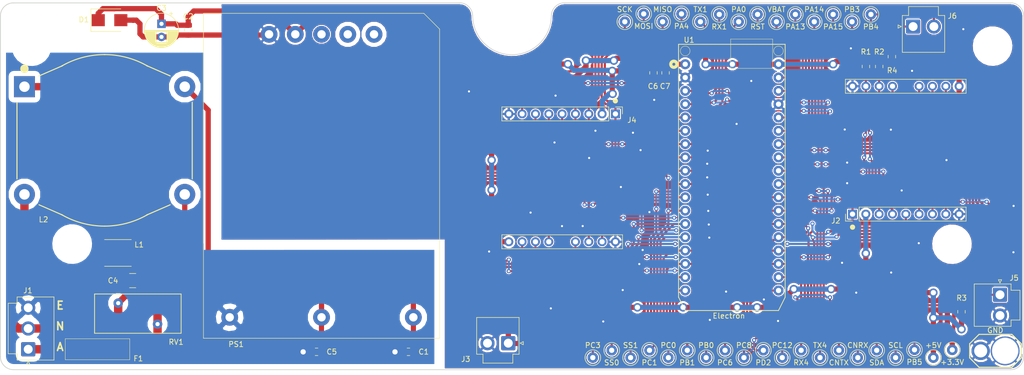
<source format=kicad_pcb>
(kicad_pcb (version 20171130) (host pcbnew 5.1.2)
  (title_block (title "Faraday FP1") (date 2018-10-03) (rev A) (company "Newie Ventures") (comment 1 "M Bright") (comment 2 UTS))
  (layers (0 F.Cu signal) (31 B.Cu signal) (34 B.Paste user) (35 F.Paste user) (36 B.SilkS user) (37 F.SilkS user) (38 B.Mask user) (39 F.Mask user) (44 Edge.Cuts user))
  (net 0 "")
  (net 1 /SPI_MOSI)
  (net 2 /SPI_SS0)
  (net 3 /UART1_TX)
  (net 4 +5V)
  (net 5 GND)
  (net 6 /UART1_RX)
  (net 7 /SPI_MISO)
  (net 8 /B0_PC8)
  (net 9 /SPI_SCK)
  (net 10 /B2_PB0)
  (net 11 /B1_PC6)
  (net 12 /I2C_SCL)
  (net 13 /I2C_SDA)
  (net 14 /CAN_RX)
  (net 15 +3V3)
  (net 16 /B3_PB1)
  (net 17 /CAN_TX)
  (net 18 /B5_PC1)
  (net 19 /A1_PC3)
  (net 20 /B4_PC0)
  (net 21 /WKP_PA0)
  (net 22 /UART4_RX)
  (net 23 /UART4_TX)
  (net 24 /SPI_SS1)
  (net 25 "Net-(C4-Pad2)")
  (net 26 "Net-(C4-Pad1)")
  (net 27 /DAC_PA4)
  (net 28 /RESET)
  (net 29 /VBAT)
  (net 30 /D7_PA13)
  (net 31 /D6_PA14)
  (net 32 /D5_PA15)
  (net 33 /D4_PB3)
  (net 34 /D3_PB4)
  (net 35 /D2_PB5)
  (net 36 /C1_PC12)
  (net 37 /C0_PD2)
  (net 38 Earth)
  (net 39 "Net-(C1-Pad1)")
  (net 40 "Net-(C5-Pad2)")
  (net 41 "Net-(PS1-Pad5)")
  (net 42 "Net-(PS1-Pad4)")
  (net 43 "Net-(F1-Pad2)")
  (net 44 "Net-(L1-Pad2)")
  (net 45 "Net-(J6-Pad1)")
  (net 46 "Net-(J5-Pad1)")
  (module project_parts:Test_Point_Alligator_Clip_And_Probe (layer F.Cu) (at 233.7 123.4)
    (fp_text reference TP34 hide)
    (fp_text value GND (at 1 -3.91) (layer F.SilkS))
    (pad 1 thru_hole circle (at 2.88 0.01) (size 5.5 5.5) (drill 5) (layers *.Cu *.Mask) (net 5 GND))
    (pad 1 thru_hole circle (at -1.78 0.01) (size 3.5 3.5) (drill 2.5) (layers *.Cu *.Mask) (net 5 GND))
  )
  (module Connector_JST:JST_VH_B2P-VH_1x02_P3.96mm_Vertical (layer F.Cu) (at 235.6 112.7 270)
    (fp_text reference J5 (at -3.2 -2.69) (layer F.SilkS))
    (fp_text value "Power LED")
    (pad 2 thru_hole circle (at 3.96 0 270) (size 2.7 2.7) (drill 1.7) (layers *.Cu *.Mask) (net 5 GND))
    (pad 1 thru_hole roundrect (at 0 0 270) (size 2.7 2.7) (drill 1.7) (layers *.Cu *.Mask) (roundrect_rratio 0.09259299999999999) (net 46 "Net-(J5-Pad1)"))
  )
  (module Connector_JST:JST_VH_B2P-VH_1x02_P3.96mm_Vertical (layer F.Cu) (at 219.04 61.52)
    (fp_text reference J6 (at 7.47 -2.02 -180) (layer F.SilkS))
    (fp_text value "Connection LED")
    (pad 1 thru_hole roundrect (at 0 0) (size 2.7 2.7) (drill 1.7) (layers *.Cu *.Mask) (roundrect_rratio 0.09259299999999999) (net 45 "Net-(J6-Pad1)"))
    (pad 2 thru_hole circle (at 3.96 0) (size 2.7 2.7) (drill 1.7) (layers *.Cu *.Mask) (net 34 /D3_PB4))
  )
  (module Resistor_SMD:R_0805_2012Metric (layer F.Cu) (at 228.26 115.94 270)
    (fp_text reference R3 (at -2.62 -0.03 180) (layer F.SilkS))
    (fp_text value 220R)
    (pad 2 smd roundrect (at 0.9375 0 270) (size 0.975 1.4) (layers F.Cu F.Paste F.Mask) (net 4 +5V))
    (pad 1 smd roundrect (at -0.9375 0 270) (size 0.975 1.4) (layers F.Cu F.Paste F.Mask) (net 46 "Net-(J5-Pad1)"))
  )
  (module Resistor_SMD:R_0805_2012Metric (layer F.Cu) (at 215 67.26 270)
    (fp_text reference R4 (at 2.64 -0.05) (layer F.SilkS))
    (fp_text value 220R)
    (pad 1 smd roundrect (at -0.9375 0 270) (size 0.975 1.4) (layers F.Cu F.Paste F.Mask) (net 45 "Net-(J6-Pad1)"))
    (pad 2 smd roundrect (at 0.9375 0 270) (size 0.975 1.4) (layers F.Cu F.Paste F.Mask) (net 15 +3V3))
  )
  (module project_parts:Fuse_SMD_10W_3H (layer F.Cu) (at 63.61 123.09 180)
    (fp_text reference F1 (at -7.77 -1.79 180) (layer F.SilkS))
    (fp_text value "2A 250V SB")
    (pad 2 smd rect (at 4.6 0 180) (size 2.7 3.75) (layers F.Cu F.Paste F.Mask) (net 43 "Net-(F1-Pad2)"))
    (pad 1 smd rect (at -4.6 0 180) (size 2.7 3.75) (layers F.Cu F.Paste F.Mask) (net 26 "Net-(C4-Pad1)"))
  )
  (module project_parts:Faraday_module (layer F.Cu) (at 152.1 90.5 270)
    (fp_text reference J4 (at -11.13 -13.35) (layer F.SilkS))
    (fp_text value "Module 1")
    (pad 14 thru_hole oval (at 12.09 -2.59 270) (size 1.7 1.7) (drill 1) (layers *.Cu *.Mask) (net 17 /CAN_TX))
    (pad 15 thru_hole oval (at 12.09 -5.13 270) (size 1.7 1.7) (drill 1) (layers *.Cu *.Mask) (net 12 /I2C_SCL))
    (pad 17 thru_hole oval (at 12.09 -10.21 270) (size 1.7 1.7) (drill 1) (layers *.Cu *.Mask) (net 5 GND))
    (pad 16 thru_hole oval (at 12.09 -7.67 270) (size 1.7 1.7) (drill 1) (layers *.Cu *.Mask) (net 13 /I2C_SDA))
    (pad 13 thru_hole oval (at 12.09 2.49 270) (size 1.7 1.7) (drill 1) (layers *.Cu *.Mask) (net 14 /CAN_RX))
    (pad 10 thru_hole oval (at 12.09 10.11 270) (size 1.7 1.7) (drill 1) (layers *.Cu *.Mask) (net 15 +3V3))
    (pad 11 thru_hole oval (at 12.09 7.57 270) (size 1.7 1.7) (drill 1) (layers *.Cu *.Mask) (net 20 /B4_PC0))
    (pad 12 thru_hole oval (at 12.09 5.03 270) (size 1.7 1.7) (drill 1) (layers *.Cu *.Mask) (net 18 /B5_PC1))
    (pad 4 thru_hole oval (at -12.31 -2.59 270) (size 1.7 1.7) (drill 1) (layers *.Cu *.Mask) (net 9 /SPI_SCK))
    (pad 8 thru_hole oval (at -12.31 7.57 270) (size 1.7 1.7) (drill 1) (layers *.Cu *.Mask) (net 21 /WKP_PA0))
    (pad 2 thru_hole oval (at -12.31 -7.67 270) (size 1.7 1.7) (drill 1) (layers *.Cu *.Mask) (net 4 +5V))
    (pad 7 thru_hole oval (at -12.31 5.03 270) (size 1.7 1.7) (drill 1) (layers *.Cu *.Mask) (net 22 /UART4_RX))
    (pad 9 thru_hole oval (at -12.31 10.11 270) (size 1.7 1.7) (drill 1) (layers *.Cu *.Mask) (net 5 GND))
    (pad 1 thru_hole rect (at -12.31 -10.21 270) (size 1.7 1.7) (drill 1) (layers *.Cu *.Mask) (net 7 /SPI_MISO))
    (pad 6 thru_hole oval (at -12.31 2.49 270) (size 1.7 1.7) (drill 1) (layers *.Cu *.Mask) (net 23 /UART4_TX))
    (pad 5 thru_hole oval (at -12.31 -0.05 270) (size 1.7 1.7) (drill 1) (layers *.Cu *.Mask) (net 24 /SPI_SS1))
    (pad 3 thru_hole oval (at -12.31 -5.13 270) (size 1.7 1.7) (drill 1) (layers *.Cu *.Mask) (net 1 /SPI_MOSI))
  )
  (module project_parts:PARTICLE_ELECTRON (layer F.Cu) (at 184.5 115.7)
    (fp_text reference U1 (at -8.15 -51.625) (layer F.SilkS))
    (fp_text value Electron (at -0.575 1.025) (layer F.SilkS))
    (pad 19 thru_hole circle (at 8.89 -3.81) (size 1.9 1.9) (drill 1) (layers *.Cu *.Mask) (net 37 /C0_PD2))
    (pad 20 thru_hole circle (at 8.89 -6.35) (size 1.9 1.9) (drill 1) (layers *.Cu *.Mask) (net 36 /C1_PC12))
    (pad 21 thru_hole circle (at 8.89 -8.89) (size 1.9 1.9) (drill 1) (layers *.Cu *.Mask) (net 22 /UART4_RX))
    (pad 22 thru_hole circle (at 8.89 -11.43) (size 1.9 1.9) (drill 1) (layers *.Cu *.Mask) (net 23 /UART4_TX))
    (pad 23 thru_hole circle (at 8.89 -13.97) (size 1.9 1.9) (drill 1) (layers *.Cu *.Mask) (net 17 /CAN_TX))
    (pad 24 thru_hole circle (at 8.89 -16.51) (size 1.9 1.9) (drill 1) (layers *.Cu *.Mask) (net 14 /CAN_RX))
    (pad 25 thru_hole circle (at 8.89 -19.05) (size 1.9 1.9) (drill 1) (layers *.Cu *.Mask) (net 13 /I2C_SDA))
    (pad 26 thru_hole circle (at 8.89 -21.59) (size 1.9 1.9) (drill 1) (layers *.Cu *.Mask) (net 12 /I2C_SCL))
    (pad 27 thru_hole circle (at 8.89 -24.13) (size 1.9 1.9) (drill 1) (layers *.Cu *.Mask) (net 35 /D2_PB5))
    (pad 28 thru_hole circle (at 8.89 -26.67) (size 1.9 1.9) (drill 1) (layers *.Cu *.Mask) (net 34 /D3_PB4))
    (pad 29 thru_hole circle (at 8.89 -29.21) (size 1.9 1.9) (drill 1) (layers *.Cu *.Mask) (net 33 /D4_PB3))
    (pad 30 thru_hole circle (at 8.89 -31.75) (size 1.9 1.9) (drill 1) (layers *.Cu *.Mask) (net 32 /D5_PA15))
    (pad 31 thru_hole circle (at 8.89 -34.29) (size 1.9 1.9) (drill 1) (layers *.Cu *.Mask) (net 31 /D6_PA14))
    (pad 32 thru_hole circle (at 8.89 -36.83) (size 1.9 1.9) (drill 1) (layers *.Cu *.Mask) (net 30 /D7_PA13))
    (pad 33 thru_hole circle (at 8.89 -39.37) (size 1.9 1.9) (drill 1) (layers *.Cu *.Mask) (net 5 GND))
    (pad 34 thru_hole circle (at 8.89 -41.91) (size 1.9 1.9) (drill 1) (layers *.Cu *.Mask) (net 29 /VBAT))
    (pad 35 thru_hole circle (at 8.89 -44.45) (size 1.9 1.9) (drill 1) (layers *.Cu *.Mask) (net 28 /RESET))
    (pad 36 thru_hole circle (at 8.89 -46.99) (size 1.9 1.9) (drill 1) (layers *.Cu *.Mask) (net 15 +3V3))
    (pad 18 thru_hole circle (at -8.89 -3.81) (size 1.9 1.9) (drill 1) (layers *.Cu *.Mask) (net 8 /B0_PC8))
    (pad 17 thru_hole circle (at -8.89 -6.35) (size 1.9 1.9) (drill 1) (layers *.Cu *.Mask) (net 11 /B1_PC6))
    (pad 16 thru_hole circle (at -8.89 -8.89) (size 1.9 1.9) (drill 1) (layers *.Cu *.Mask) (net 10 /B2_PB0))
    (pad 15 thru_hole circle (at -8.89 -11.43) (size 1.9 1.9) (drill 1) (layers *.Cu *.Mask) (net 16 /B3_PB1))
    (pad 14 thru_hole circle (at -8.89 -13.97) (size 1.9 1.9) (drill 1) (layers *.Cu *.Mask) (net 20 /B4_PC0))
    (pad 13 thru_hole circle (at -8.89 -16.51) (size 1.9 1.9) (drill 1) (layers *.Cu *.Mask) (net 18 /B5_PC1))
    (pad 12 thru_hole circle (at -8.89 -19.05) (size 1.9 1.9) (drill 1) (layers *.Cu *.Mask) (net 24 /SPI_SS1))
    (pad 11 thru_hole circle (at -8.89 -21.59) (size 1.9 1.9) (drill 1) (layers *.Cu *.Mask) (net 19 /A1_PC3))
    (pad 10 thru_hole circle (at -8.89 -24.13) (size 1.9 1.9) (drill 1) (layers *.Cu *.Mask) (net 2 /SPI_SS0))
    (pad 9 thru_hole circle (at -8.89 -26.67) (size 1.9 1.9) (drill 1) (layers *.Cu *.Mask) (net 9 /SPI_SCK))
    (pad 8 thru_hole circle (at -8.89 -29.21) (size 1.9 1.9) (drill 1) (layers *.Cu *.Mask) (net 7 /SPI_MISO))
    (pad 7 thru_hole circle (at -8.89 -31.75) (size 1.9 1.9) (drill 1) (layers *.Cu *.Mask) (net 1 /SPI_MOSI))
    (pad 6 thru_hole circle (at -8.89 -34.29) (size 1.9 1.9) (drill 1) (layers *.Cu *.Mask) (net 27 /DAC_PA4))
    (pad 5 thru_hole circle (at -8.89 -36.83) (size 1.9 1.9) (drill 1) (layers *.Cu *.Mask) (net 21 /WKP_PA0))
    (pad 4 thru_hole circle (at -8.89 -39.37) (size 1.9 1.9) (drill 1) (layers *.Cu *.Mask) (net 6 /UART1_RX))
    (pad 3 thru_hole circle (at -8.89 -41.91) (size 1.9 1.9) (drill 1) (layers *.Cu *.Mask) (net 3 /UART1_TX))
    (pad 2 thru_hole circle (at -8.89 -44.45) (size 1.9 1.9) (drill 1) (layers *.Cu *.Mask) (net 5 GND))
    (pad 1 thru_hole circle (at -8.89 -46.99) (size 1.9 1.9) (drill 1) (layers *.Cu *.Mask) (net 4 +5V))
  )
  (module project_parts:Faraday_module (layer F.Cu) (at 217.7 85 90)
    (fp_text reference J2 (at -13.58 -13.38 180) (layer F.SilkS))
    (fp_text value "Module 0")
    (pad 14 thru_hole oval (at 12.09 -2.59 90) (size 1.7 1.7) (drill 1) (layers *.Cu *.Mask) (net 17 /CAN_TX))
    (pad 15 thru_hole oval (at 12.09 -5.13 90) (size 1.7 1.7) (drill 1) (layers *.Cu *.Mask) (net 12 /I2C_SCL))
    (pad 17 thru_hole oval (at 12.09 -10.21 90) (size 1.7 1.7) (drill 1) (layers *.Cu *.Mask) (net 5 GND))
    (pad 16 thru_hole oval (at 12.09 -7.67 90) (size 1.7 1.7) (drill 1) (layers *.Cu *.Mask) (net 13 /I2C_SDA))
    (pad 13 thru_hole oval (at 12.09 2.49 90) (size 1.7 1.7) (drill 1) (layers *.Cu *.Mask) (net 14 /CAN_RX))
    (pad 10 thru_hole oval (at 12.09 10.11 90) (size 1.7 1.7) (drill 1) (layers *.Cu *.Mask) (net 15 +3V3))
    (pad 11 thru_hole oval (at 12.09 7.57 90) (size 1.7 1.7) (drill 1) (layers *.Cu *.Mask) (net 10 /B2_PB0))
    (pad 12 thru_hole oval (at 12.09 5.03 90) (size 1.7 1.7) (drill 1) (layers *.Cu *.Mask) (net 16 /B3_PB1))
    (pad 4 thru_hole oval (at -12.31 -2.59 90) (size 1.7 1.7) (drill 1) (layers *.Cu *.Mask) (net 9 /SPI_SCK))
    (pad 8 thru_hole oval (at -12.31 7.57 90) (size 1.7 1.7) (drill 1) (layers *.Cu *.Mask) (net 8 /B0_PC8))
    (pad 2 thru_hole oval (at -12.31 -7.67 90) (size 1.7 1.7) (drill 1) (layers *.Cu *.Mask) (net 4 +5V))
    (pad 7 thru_hole oval (at -12.31 5.03 90) (size 1.7 1.7) (drill 1) (layers *.Cu *.Mask) (net 6 /UART1_RX))
    (pad 9 thru_hole oval (at -12.31 10.11 90) (size 1.7 1.7) (drill 1) (layers *.Cu *.Mask) (net 5 GND))
    (pad 1 thru_hole rect (at -12.31 -10.21 90) (size 1.7 1.7) (drill 1) (layers *.Cu *.Mask) (net 7 /SPI_MISO))
    (pad 6 thru_hole oval (at -12.31 2.49 90) (size 1.7 1.7) (drill 1) (layers *.Cu *.Mask) (net 3 /UART1_TX))
    (pad 5 thru_hole oval (at -12.31 -0.05 90) (size 1.7 1.7) (drill 1) (layers *.Cu *.Mask) (net 2 /SPI_SS0))
    (pad 3 thru_hole oval (at -12.31 -5.13 90) (size 1.7 1.7) (drill 1) (layers *.Cu *.Mask) (net 1 /SPI_MOSI))
  )
  (module TestPoint:TestPoint_Loop_D2.50mm_Drill1.0mm (layer F.Cu) (at 176 123.3)
    (fp_text reference TP10 hide)
    (fp_text value PB1 (at 0 2.35) (layer F.SilkS))
    (pad 1 thru_hole circle (at 0 0) (size 2 2) (drill 1) (layers *.Cu *.Mask) (net 16 /B3_PB1))
  )
  (module TestPoint:TestPoint_Loop_D2.50mm_Drill1.0mm (layer F.Cu) (at 158 124.7)
    (fp_text reference TP28 hide)
    (fp_text value PC3 (at 0 -2.35) (layer F.SilkS))
    (pad 1 thru_hole circle (at 0 0) (size 2 2) (drill 1) (layers *.Cu *.Mask) (net 19 /A1_PC3))
  )
  (module TestPoint:TestPoint_Loop_D2.50mm_Drill1.0mm (layer F.Cu) (at 179.6 124.7)
    (fp_text reference TP12 hide)
    (fp_text value PB0 (at 0 -2.35) (layer F.SilkS))
    (pad 1 thru_hole circle (at 0 0) (size 2 2) (drill 1) (layers *.Cu *.Mask) (net 10 /B2_PB0))
  )
  (module TestPoint:TestPoint_Loop_D2.50mm_Drill1.0mm (layer F.Cu) (at 172.4 124.7)
    (fp_text reference TP8 hide)
    (fp_text value PC0 (at 0 -2.35) (layer F.SilkS))
    (pad 1 thru_hole circle (at 0 0) (size 2 2) (drill 1) (layers *.Cu *.Mask) (net 20 /B4_PC0))
  )
  (module TestPoint:TestPoint_Loop_D2.50mm_Drill1.0mm (layer F.Cu) (at 186.8 124.7)
    (fp_text reference TP15 hide)
    (fp_text value PC8 (at 0 -2.35) (layer F.SilkS))
    (pad 1 thru_hole circle (at 0 0) (size 2 2) (drill 1) (layers *.Cu *.Mask) (net 8 /B0_PC8))
  )
  (module TestPoint:TestPoint_Loop_D2.50mm_Drill1.0mm (layer F.Cu) (at 165.2 124.7)
    (fp_text reference TP30 hide)
    (fp_text value SS1 (at 0 -2.35) (layer F.SilkS))
    (pad 1 thru_hole circle (at 0 0) (size 2 2) (drill 1) (layers *.Cu *.Mask) (net 24 /SPI_SS1))
  )
  (module TestPoint:TestPoint_Loop_D2.50mm_Drill1.0mm (layer F.Cu) (at 168.8 123.3)
    (fp_text reference TP6 hide)
    (fp_text value PC1 (at 0 2.35) (layer F.SilkS))
    (pad 1 thru_hole circle (at 0 0) (size 2 2) (drill 1) (layers *.Cu *.Mask) (net 18 /B5_PC1))
  )
  (module TestPoint:TestPoint_Loop_D2.50mm_Drill1.0mm (layer F.Cu) (at 161.6 123.3)
    (fp_text reference TP22 hide)
    (fp_text value SS0 (at 0 2.35) (layer F.SilkS))
    (pad 1 thru_hole circle (at 0 0) (size 2 2) (drill 1) (layers *.Cu *.Mask) (net 2 /SPI_SS0))
  )
  (module TestPoint:TestPoint_Loop_D2.50mm_Drill1.0mm (layer F.Cu) (at 183.2 123.3)
    (fp_text reference TP13 hide)
    (fp_text value PC6 (at 0 2.35) (layer F.SilkS))
    (pad 1 thru_hole circle (at 0 0) (size 2 2) (drill 1) (layers *.Cu *.Mask) (net 11 /B1_PC6))
  )
  (module TestPoint:TestPoint_Loop_D2.50mm_Drill1.0mm (layer F.Cu) (at 194.1 124.7)
    (fp_text reference TP31 hide)
    (fp_text value PC12 (at 0 -2.35) (layer F.SilkS))
    (pad 1 thru_hole circle (at 0 0) (size 2 2) (drill 1) (layers *.Cu *.Mask) (net 36 /C1_PC12))
  )
  (module TestPoint:TestPoint_Loop_D2.50mm_Drill1.0mm (layer F.Cu) (at 197.7 123.3)
    (fp_text reference TP29 hide)
    (fp_text value RX4 (at 0 2.35) (layer F.SilkS))
    (pad 1 thru_hole circle (at 0 0) (size 2 2) (drill 1) (layers *.Cu *.Mask) (net 22 /UART4_RX))
  )
  (module TestPoint:TestPoint_Loop_D2.50mm_Drill1.0mm (layer F.Cu) (at 212.1 123.3)
    (fp_text reference TP23 hide)
    (fp_text value SDA (at 0 2.35) (layer F.SilkS))
    (pad 1 thru_hole circle (at 0 0) (size 2 2) (drill 1) (layers *.Cu *.Mask) (net 13 /I2C_SDA))
  )
  (module TestPoint:TestPoint_Loop_D2.50mm_Drill1.0mm (layer F.Cu) (at 208.5 124.7)
    (fp_text reference TP20 hide)
    (fp_text value CNRX (at 0 -2.35) (layer F.SilkS))
    (pad 1 thru_hole circle (at 0 0) (size 2 2) (drill 1) (layers *.Cu *.Mask) (net 14 /CAN_RX))
  )
  (module TestPoint:TestPoint_Loop_D2.50mm_Drill1.0mm (layer F.Cu) (at 204.9 123.3)
    (fp_text reference TP18 hide)
    (fp_text value CNTX (at -0.01 2.35) (layer F.SilkS))
    (pad 1 thru_hole circle (at 0 0) (size 2 2) (drill 1) (layers *.Cu *.Mask) (net 17 /CAN_TX))
  )
  (module TestPoint:TestPoint_Loop_D2.50mm_Drill1.0mm (layer F.Cu) (at 215.7 124.7)
    (fp_text reference TP24 hide)
    (fp_text value SCL (at 0 -2.35) (layer F.SilkS))
    (pad 1 thru_hole circle (at 0 0) (size 2 2) (drill 1) (layers *.Cu *.Mask) (net 12 /I2C_SCL))
  )
  (module TestPoint:TestPoint_Loop_D2.50mm_Drill1.0mm (layer F.Cu) (at 190.5 123.3)
    (fp_text reference TP32 hide)
    (fp_text value PD2 (at 0 2.35) (layer F.SilkS))
    (pad 1 thru_hole circle (at 0 0) (size 2 2) (drill 1) (layers *.Cu *.Mask) (net 37 /C0_PD2))
  )
  (module TestPoint:TestPoint_Loop_D2.50mm_Drill1.0mm (layer F.Cu) (at 201.3 124.7)
    (fp_text reference TP27 hide)
    (fp_text value TX4 (at 0 -2.35) (layer F.SilkS))
    (pad 1 thru_hole circle (at 0 0) (size 2 2) (drill 1) (layers *.Cu *.Mask) (net 23 /UART4_TX))
  )
  (module TestPoint:TestPoint_Loop_D2.50mm_Drill1.0mm (layer F.Cu) (at 222.9 124.7)
    (fp_text reference TP33 hide)
    (fp_text value +5V (at 0 -2.35) (layer F.SilkS))
    (pad 1 thru_hole circle (at 0 0) (size 2 2) (drill 1) (layers *.Cu *.Mask) (net 4 +5V))
  )
  (module TestPoint:TestPoint_Loop_D2.50mm_Drill1.0mm (layer F.Cu) (at 219.3 123.2)
    (fp_text reference TP11 hide)
    (fp_text value PB5 (at 0 2.35) (layer F.SilkS))
    (pad 1 thru_hole circle (at 0 0) (size 2 2) (drill 1) (layers *.Cu *.Mask) (net 35 /D2_PB5))
  )
  (module TestPoint:TestPoint_Loop_D2.50mm_Drill1.0mm (layer F.Cu) (at 226.5 123.22)
    (fp_text reference TP35 hide)
    (fp_text value +3.3V (at 0 2.35) (layer F.SilkS))
    (pad 1 thru_hole circle (at 0 0) (size 2 2) (drill 1) (layers *.Cu *.Mask) (net 15 +3V3))
  )
  (module TestPoint:TestPoint_Loop_D2.50mm_Drill1.0mm (layer F.Cu) (at 207.4 60.6)
    (fp_text reference TP7 hide)
    (fp_text value PB3 (at 0 -2.35) (layer F.SilkS))
    (pad 1 thru_hole circle (at 0 0) (size 2 2) (drill 1) (layers *.Cu *.Mask) (net 33 /D4_PB3))
  )
  (module TestPoint:TestPoint_Loop_D2.50mm_Drill1.0mm (layer F.Cu) (at 200.2 60.6)
    (fp_text reference TP4 hide)
    (fp_text value PA14 (at 0 -2.35) (layer F.SilkS))
    (pad 1 thru_hole circle (at 0 0) (size 2 2) (drill 1) (layers *.Cu *.Mask) (net 31 /D6_PA14))
  )
  (module TestPoint:TestPoint_Loop_D2.50mm_Drill1.0mm (layer F.Cu) (at 211 59.2)
    (fp_text reference TP9 hide)
    (fp_text value PB4 (at 0 2.35) (layer F.SilkS))
    (pad 1 thru_hole circle (at 0 0) (size 2 2) (drill 1) (layers *.Cu *.Mask) (net 34 /D3_PB4))
  )
  (module TestPoint:TestPoint_Loop_D2.50mm_Drill1.0mm (layer F.Cu) (at 196.6 59.2)
    (fp_text reference TP2 hide)
    (fp_text value PA13 (at 0 2.35) (layer F.SilkS))
    (pad 1 thru_hole circle (at 0 0) (size 2 2) (drill 1) (layers *.Cu *.Mask) (net 30 /D7_PA13))
  )
  (module TestPoint:TestPoint_Loop_D2.50mm_Drill1.0mm (layer F.Cu) (at 203.8 59.2)
    (fp_text reference TP5 hide)
    (fp_text value PA15 (at 0 2.35) (layer F.SilkS))
    (pad 1 thru_hole circle (at 0 0) (size 2 2) (drill 1) (layers *.Cu *.Mask) (net 32 /D5_PA15))
  )
  (module TestPoint:TestPoint_Loop_D2.50mm_Drill1.0mm (layer F.Cu) (at 171.3 60.6)
    (fp_text reference TP19 hide)
    (fp_text value MISO (at 0.01 -2.35) (layer F.SilkS))
    (pad 1 thru_hole circle (at 0 0) (size 2 2) (drill 1) (layers *.Cu *.Mask) (net 7 /SPI_MISO))
  )
  (module TestPoint:TestPoint_Loop_D2.50mm_Drill1.0mm (layer F.Cu) (at 167.7 59.1)
    (fp_text reference TP17 hide)
    (fp_text value MOSI (at 0 2.35) (layer F.SilkS))
    (pad 1 thru_hole circle (at 0 0) (size 2 2) (drill 1) (layers *.Cu *.Mask) (net 1 /SPI_MOSI))
  )
  (module TestPoint:TestPoint_Loop_D2.50mm_Drill1.0mm (layer F.Cu) (at 193 60.6)
    (fp_text reference TP1 hide)
    (fp_text value VBAT (at 0 -2.35) (layer F.SilkS))
    (pad 1 thru_hole circle (at 0 0) (size 2 2) (drill 1) (layers *.Cu *.Mask) (net 29 /VBAT))
  )
  (module TestPoint:TestPoint_Loop_D2.50mm_Drill1.0mm (layer F.Cu) (at 189.4 59.2)
    (fp_text reference TP3 hide)
    (fp_text value RST (at 0 2.35) (layer F.SilkS))
    (pad 1 thru_hole circle (at 0 0) (size 2 2) (drill 1) (layers *.Cu *.Mask) (net 28 /RESET))
  )
  (module TestPoint:TestPoint_Loop_D2.50mm_Drill1.0mm (layer F.Cu) (at 164.1 60.6)
    (fp_text reference TP21 hide)
    (fp_text value SCK (at 0 -2.35) (layer F.SilkS))
    (pad 1 thru_hole circle (at 0 0) (size 2 2) (drill 1) (layers *.Cu *.Mask) (net 9 /SPI_SCK))
  )
  (module TestPoint:TestPoint_Loop_D2.50mm_Drill1.0mm (layer F.Cu) (at 174.9 59.1)
    (fp_text reference TP26 hide)
    (fp_text value PA4 (at 0 2.35) (layer F.SilkS))
    (pad 1 thru_hole circle (at 0 0) (size 2 2) (drill 1) (layers *.Cu *.Mask) (net 27 /DAC_PA4))
  )
  (module TestPoint:TestPoint_Loop_D2.50mm_Drill1.0mm (layer F.Cu) (at 178.5 60.6)
    (fp_text reference TP14 hide)
    (fp_text value TX1 (at 0 -2.35) (layer F.SilkS))
    (pad 1 thru_hole circle (at 0 0) (size 2 2) (drill 1) (layers *.Cu *.Mask) (net 3 /UART1_TX))
  )
  (module TestPoint:TestPoint_Loop_D2.50mm_Drill1.0mm (layer F.Cu) (at 182.1 59.2)
    (fp_text reference TP16 hide)
    (fp_text value RX1 (at 0 2.35) (layer F.SilkS))
    (pad 1 thru_hole circle (at 0 0) (size 2 2) (drill 1) (layers *.Cu *.Mask) (net 6 /UART1_RX))
  )
  (module TestPoint:TestPoint_Loop_D2.50mm_Drill1.0mm (layer F.Cu) (at 185.8 60.6)
    (fp_text reference TP25 hide)
    (fp_text value PA0 (at 0 -2.35) (layer F.SilkS))
    (pad 1 thru_hole circle (at 0 0) (size 2 2) (drill 1) (layers *.Cu *.Mask) (net 21 /WKP_PA0))
  )
  (module Capacitor_THT:CP_Radial_D6.3mm_P2.50mm (layer F.Cu) (at 75.8 61 270)
    (fp_text reference C3 (at -3 0) (layer F.SilkS))
    (fp_text value "470uF 10V")
    (pad 2 thru_hole circle (at 2.5 0 270) (size 1.6 1.6) (drill 0.8) (layers *.Cu *.Mask) (net 5 GND))
    (pad 1 thru_hole rect (at 0 0 270) (size 1.6 1.6) (drill 0.8) (layers *.Cu *.Mask) (net 4 +5V))
  )
  (module project_parts:RV_Disc_D16.5mm_W7.5mm_P7.5mm (layer F.Cu) (at 71.3 116.3 180)
    (fp_text reference RV1 (at -7.29 -5.42 180) (layer F.SilkS))
    (fp_text value "300VAC 125J" hide)
    (pad 1 thru_hole circle (at -3.75 -2 180) (size 1.8 1.8) (drill 0.8) (layers *.Cu *.Mask) (net 26 "Net-(C4-Pad1)"))
    (pad 2 thru_hole circle (at 3.75 2 180) (size 1.8 1.8) (drill 0.8) (layers *.Cu *.Mask) (net 25 "Net-(C4-Pad2)"))
  )
  (module Connector_JST:JST_VH_B2P-VH_1x02_P3.96mm_Vertical (layer F.Cu) (at 141.89 121.94 180)
    (fp_text reference J3 (at 8.11 -3.05 180) (layer F.SilkS))
    (fp_text value 5VDC)
    (pad 1 thru_hole roundrect (at 0 0 180) (size 2.7 2.7) (drill 1.7) (layers *.Cu *.Mask) (roundrect_rratio 0.09259299999999999) (net 4 +5V))
    (pad 2 thru_hole circle (at 3.96 0 180) (size 2.7 2.7) (drill 1.7) (layers *.Cu *.Mask) (net 5 GND))
  )
  (module project_parts:Choke_Schaffner_RN143-02-33.1x32.5mm (layer F.Cu) (at 64.96 83.27)
    (fp_text reference L2 (at -11.64 15.08) (layer F.SilkS))
    (fp_text value "10mH 2A")
    (pad 1 thru_hole rect (at -15.275 -10.275) (size 4 4) (drill 2) (layers *.Cu *.Mask) (net 44 "Net-(L1-Pad2)"))
    (pad 2 thru_hole circle (at 15.275 -10.275) (size 4 4) (drill 2) (layers *.Cu *.Mask) (net 39 "Net-(C1-Pad1)"))
    (pad 3 thru_hole circle (at -15.275 10.275) (size 4 4) (drill 2) (layers *.Cu *.Mask) (net 25 "Net-(C4-Pad2)"))
    (pad 4 thru_hole circle (at 15.275 10.275) (size 4 4) (drill 2) (layers *.Cu *.Mask) (net 40 "Net-(C5-Pad2)"))
  )
  (module project_parts:LHE15-20 (layer F.Cu) (at 106.3 90 90)
    (fp_text reference PS1 (at -32.15 -16.275 180) (layer F.SilkS))
    (fp_text value LHE15-20D0512-04)
    (pad 6 thru_hole circle (at 27 0 90) (size 3.2 3.2) (drill 1.6) (layers *.Cu *.Mask))
    (pad 4 thru_hole circle (at 27 10 90) (size 3.2 3.2) (drill 1.6) (layers *.Cu *.Mask) (net 42 "Net-(PS1-Pad4)"))
    (pad 5 thru_hole circle (at 27 5 90) (size 3.2 3.2) (drill 1.6) (layers *.Cu *.Mask) (net 41 "Net-(PS1-Pad5)"))
    (pad 8 thru_hole circle (at 27 -10 90) (size 3.2 3.2) (drill 1.6) (layers *.Cu *.Mask) (net 5 GND))
    (pad 7 thru_hole circle (at 27 -5 90) (size 3.2 3.2) (drill 1.6) (layers *.Cu *.Mask) (net 4 +5V))
    (pad 2 thru_hole circle (at -27 0 90) (size 3.2 3.2) (drill 1.6) (layers *.Cu *.Mask) (net 40 "Net-(C5-Pad2)"))
    (pad 3 thru_hole circle (at -27 17.5 90) (size 3.2 3.2) (drill 1.6) (layers *.Cu *.Mask) (net 39 "Net-(C1-Pad1)"))
    (pad 1 thru_hole circle (at -27 -17.5 90) (size 3.2 3.2) (drill 1.6) (layers *.Cu *.Mask) (net 38 Earth))
  )
  (module MountingHole:MountingHole_3.5mm (layer F.Cu) (at 226.43 103.05)
    (fp_text reference MH4 hide)
    (fp_text value M3)
    (pad "" np_thru_hole circle (at 0 0) (size 5 5) (drill 5) (layers *.Cu *.Mask))
  )
  (module MountingHole:MountingHole_3.5mm (layer F.Cu) (at 58.77 103.05)
    (fp_text reference MH3 hide)
    (fp_text value M3)
    (pad "" np_thru_hole circle (at 0 0) (size 5 5) (drill 5) (layers *.Cu *.Mask))
  )
  (module MountingHole:MountingHole_3.5mm (layer F.Cu) (at 51.02 65.25)
    (fp_text reference MH1 hide)
    (fp_text value M3)
    (pad "" np_thru_hole circle (at 0 0) (size 5 5) (drill 5) (layers *.Cu *.Mask))
  )
  (module MountingHole:MountingHole_3.5mm (layer F.Cu) (at 234.18 65.25)
    (fp_text reference MH2 hide)
    (fp_text value M3)
    (pad "" np_thru_hole circle (at 0 0) (size 5 5) (drill 5) (layers *.Cu *.Mask))
  )
  (module Capacitor_SMD:C_0805_2012Metric (layer F.Cu) (at 80.9 62.2 270)
    (fp_text reference C2 (at -2.6 0) (layer F.SilkS))
    (fp_text value "1uF 50V")
    (pad 2 smd roundrect (at 0.9375 0 270) (size 0.975 1.4) (layers F.Cu F.Paste F.Mask) (net 5 GND))
    (pad 1 smd roundrect (at -0.9375 0 270) (size 0.975 1.4) (layers F.Cu F.Paste F.Mask) (net 4 +5V))
  )
  (module Capacitor_SMD:C_0805_2012Metric (layer F.Cu) (at 105.35 123.59)
    (fp_text reference C5 (at 2.9 0) (layer F.SilkS))
    (fp_text value "1nF 400VAC")
    (pad 2 smd roundrect (at 0.9375 0) (size 0.975 1.4) (layers F.Cu F.Paste F.Mask) (net 40 "Net-(C5-Pad2)"))
    (pad 1 smd roundrect (at -0.9375 0) (size 0.975 1.4) (layers F.Cu F.Paste F.Mask) (net 38 Earth))
  )
  (module Capacitor_SMD:C_0805_2012Metric (layer F.Cu) (at 169.56 70.36 270)
    (fp_text reference C6 (at 2.55 0.08) (layer F.SilkS))
    (fp_text value "10uF 10V")
    (pad 2 smd roundrect (at 0.9375 0 270) (size 0.975 1.4) (layers F.Cu F.Paste F.Mask) (net 5 GND))
    (pad 1 smd roundrect (at -0.9375 0 270) (size 0.975 1.4) (layers F.Cu F.Paste F.Mask) (net 4 +5V))
  )
  (module Capacitor_SMD:C_0805_2012Metric (layer F.Cu) (at 171.86 70.36 270)
    (fp_text reference C7 (at 2.55 0.08) (layer F.SilkS))
    (fp_text value "100nF 50V")
    (pad 2 smd roundrect (at 0.9375 0 270) (size 0.975 1.4) (layers F.Cu F.Paste F.Mask) (net 5 GND))
    (pad 1 smd roundrect (at -0.9375 0 270) (size 0.975 1.4) (layers F.Cu F.Paste F.Mask) (net 4 +5V))
  )
  (module Capacitor_SMD:C_0805_2012Metric (layer F.Cu) (at 122.87 123.59 180)
    (fp_text reference C1 (at -2.9 0 180) (layer F.SilkS))
    (fp_text value "1nF 400VAC")
    (pad 2 smd roundrect (at 0.9375 0 180) (size 0.975 1.4) (layers F.Cu F.Paste F.Mask) (net 38 Earth))
    (pad 1 smd roundrect (at -0.9375 0 180) (size 0.975 1.4) (layers F.Cu F.Paste F.Mask) (net 39 "Net-(C1-Pad1)"))
  )
  (module Capacitor_SMD:C_1210_3225Metric (layer F.Cu) (at 70.31 110 180)
    (fp_text reference C4 (at 3.74 0) (layer F.SilkS))
    (fp_text value "100nF 275VAC")
    (pad 2 smd roundrect (at 1.4 0 180) (size 1.25 2.65) (layers F.Cu F.Paste F.Mask) (roundrect_rratio 0.2) (net 25 "Net-(C4-Pad2)"))
    (pad 1 smd roundrect (at -1.4 0 180) (size 1.25 2.65) (layers F.Cu F.Paste F.Mask) (roundrect_rratio 0.2) (net 26 "Net-(C4-Pad1)"))
  )
  (module Connector_JST:JST_VH_B3P-VH-B_1x03_P3.96mm_Vertical (layer F.Cu) (at 50.4 123.1 90)
    (fp_text reference J1 (at 11.21 -0.06 180) (layer F.SilkS))
    (fp_text value "240V Mains")
    (pad 3 thru_hole circle (at 7.92 0 90) (size 2.7 2.7) (drill 1.7) (layers *.Cu *.Mask) (net 38 Earth))
    (pad 2 thru_hole circle (at 3.96 0 90) (size 2.7 2.7) (drill 1.7) (layers *.Cu *.Mask) (net 25 "Net-(C4-Pad2)"))
    (pad 1 thru_hole roundrect (at 0 0 90) (size 2.7 2.7) (drill 1.7) (layers *.Cu *.Mask) (roundrect_rratio 0.09259299999999999) (net 43 "Net-(F1-Pad2)"))
  )
  (module Diode_SMD:D_SMB (layer F.Cu) (at 65.9 60.3)
    (fp_text reference D1 (at -4.9 -0.1) (layer F.SilkS))
    (fp_text value "7V 600W")
    (pad 2 smd rect (at 2.15 0) (size 2.5 2.3) (layers F.Cu F.Paste F.Mask) (net 5 GND))
    (pad 1 smd rect (at -2.15 0) (size 2.5 2.3) (layers F.Cu F.Paste F.Mask) (net 4 +5V))
  )
  (module Inductor_SMD:L_Taiyo-Yuden_NR-50xx (layer F.Cu) (at 67.5 104.72 180)
    (fp_text reference L1 (at -4.04 1.58) (layer F.SilkS))
    (fp_text value "4.7uH 2A")
    (pad 1 smd rect (at -1.8 0 180) (size 1.5 4.2) (layers F.Cu F.Paste F.Mask) (net 26 "Net-(C4-Pad1)"))
    (pad 2 smd rect (at 1.8 0 180) (size 1.5 4.2) (layers F.Cu F.Paste F.Mask) (net 44 "Net-(L1-Pad2)"))
  )
  (module Resistor_SMD:R_0805_2012Metric (layer F.Cu) (at 212.58 69.14 270)
    (fp_text reference R2 (at -2.8 0) (layer F.SilkS))
    (fp_text value 4k7)
    (pad 2 smd roundrect (at 0.9375 0 270) (size 0.975 1.4) (layers F.Cu F.Paste F.Mask) (net 12 /I2C_SCL))
    (pad 1 smd roundrect (at -0.9375 0 270) (size 0.975 1.4) (layers F.Cu F.Paste F.Mask) (net 15 +3V3))
  )
  (module Resistor_SMD:R_0805_2012Metric (layer F.Cu) (at 210.05 69.14 270)
    (fp_text reference R1 (at -2.8 0) (layer F.SilkS))
    (fp_text value 4k7)
    (pad 2 smd roundrect (at 0.9375 0 270) (size 0.975 1.4) (layers F.Cu F.Paste F.Mask) (net 13 /I2C_SDA))
    (pad 1 smd roundrect (at -0.9375 0 270) (size 0.975 1.4) (layers F.Cu F.Paste F.Mask) (net 15 +3V3))
  )
  (gr_arc (start 237.599981 59.5) (end 237.599981 56.999981) (angle 90) (layer Edge.Cuts) (width 0.15))
  (gr_arc (start 237.599981 124.5) (end 240.1 124.5) (angle 90) (layer Edge.Cuts) (width 0.15))
  (gr_arc (start 47.6 124.5) (end 47.6 127.000019) (angle 90) (layer Edge.Cuts) (width 0.15))
  (gr_arc (start 47.6 59.5) (end 47.6 56.999981) (angle -90) (layer Edge.Cuts) (width 0.15))
  (gr_arc (start 132.599981 59.5) (end 132.599981 56.999981) (angle 87.70940735) (layer Edge.Cuts) (width 0.15))
  (gr_arc (start 152.600019 59.500019) (end 152.600019 57) (angle -87.93617511) (layer Edge.Cuts) (width 0.15))
  (gr_text E (at 56.48 114.74) (layer F.SilkS) (effects (font (size 1.5 1.5) (thickness 0.3))))
  (gr_text N (at 56.48 118.7) (layer F.SilkS) (effects (font (size 1.5 1.5) (thickness 0.3))))
  (gr_text A (at 56.48 122.66) (layer F.SilkS) (effects (font (size 1.5 1.5) (thickness 0.3))))
  (gr_arc (start 142.6 59.4) (end 135.1 59.4) (angle -180) (layer Edge.Cuts) (width 0.15))
  (gr_line (start 237.62 57) (end 152.58 57) (layer Edge.Cuts) (width 0.15))
  (gr_line (start 45.1 124.54) (end 45.1 59.46) (layer Edge.Cuts) (width 0.15))
  (gr_line (start 47.61 57) (end 132.63 57) (layer Edge.Cuts) (width 0.15))
  (gr_line (start 240.1 124.53) (end 240.1 59.49) (layer Edge.Cuts) (width 0.15))
  (gr_line (start 47.57 127) (end 237.63 127) (layer Edge.Cuts) (width 0.15))
  (segment (start 194.799999 85.22) (end 191.940001 85.22) (width 0.2) (layer F.Cu) (net 1))
  (segment (start 194.799999 85.22) (end 199.139999 85.219999) (width 0.4) (layer F.Cu) (net 1))
  (segment (start 185.94 85.22) (end 191.940001 85.22) (width 0.4) (layer F.Cu) (net 1))
  (segment (start 183.16 83.95) (end 184.43 85.22) (width 0.4) (layer F.Cu) (net 1))
  (segment (start 184.43 85.22) (end 185.94 85.22) (width 0.4) (layer F.Cu) (net 1))
  (segment (start 175.61 83.95) (end 183.16 83.95) (width 0.4) (layer F.Cu) (net 1))
  (via (at 202.40002 85.1) (size 0.8) (drill 0.4) (layers F.Cu B.Cu) (net 1))
  (via (at 200.20001 85.1) (size 0.8) (drill 0.4) (layers F.Cu B.Cu) (net 1))
  (segment (start 202.40002 85.1) (end 200.20001 85.1) (width 0.4) (layer B.Cu) (net 1))
  (segment (start 199.514326 85.219999) (end 199.139999 85.219999) (width 0.4) (layer F.Cu) (net 1))
  (segment (start 199.634325 85.1) (end 199.514326 85.219999) (width 0.4) (layer F.Cu) (net 1))
  (segment (start 200.20001 85.1) (end 199.634325 85.1) (width 0.4) (layer F.Cu) (net 1))
  (segment (start 157.23 76.987919) (end 157.23 78.19) (width 0.4) (layer F.Cu) (net 1))
  (segment (start 167.7 64.67) (end 167.27 65.1) (width 0.4) (layer F.Cu) (net 1))
  (segment (start 167.7 59.1) (end 167.7 64.67) (width 0.4) (layer F.Cu) (net 1))
  (segment (start 167.27 65.1) (end 161.08 65.1) (width 0.4) (layer F.Cu) (net 1))
  (segment (start 161.08 65.1) (end 159.1 67.08) (width 0.4) (layer F.Cu) (net 1))
  (segment (start 159.1 75.117919) (end 157.23 76.987919) (width 0.4) (layer F.Cu) (net 1))
  (segment (start 159.1 67.08) (end 159.1 75.117919) (width 0.4) (layer F.Cu) (net 1))
  (via (at 163.61 83.95) (size 0.8) (drill 0.4) (layers F.Cu B.Cu) (net 1))
  (via (at 161 83.95) (size 0.8) (drill 0.4) (layers F.Cu B.Cu) (net 1))
  (segment (start 157.23 83.53) (end 157.23 78.19) (width 0.4) (layer F.Cu) (net 1))
  (segment (start 157.65 83.95) (end 157.23 83.53) (width 0.4) (layer F.Cu) (net 1))
  (segment (start 157.65 83.95) (end 161 83.95) (width 0.4) (layer F.Cu) (net 1))
  (segment (start 167.134002 83.95) (end 175.61 83.95) (width 0.4) (layer F.Cu) (net 1))
  (segment (start 163.61 83.95) (end 167.134002 83.95) (width 0.4) (layer F.Cu) (net 1))
  (segment (start 161 83.95) (end 163.61 83.95) (width 0.4) (layer B.Cu) (net 1))
  (segment (start 203.1 85.1) (end 202.40002 85.1) (width 0.4) (layer F.Cu) (net 1))
  (segment (start 211.4 85.1) (end 203.1 85.1) (width 0.4) (layer F.Cu) (net 1))
  (segment (start 212.57 97.31) (end 212.57 86.27) (width 0.4) (layer F.Cu) (net 1))
  (segment (start 212.57 86.27) (end 211.4 85.1) (width 0.4) (layer F.Cu) (net 1))
  (segment (start 174.266498 91.57) (end 172.836498 93) (width 0.4) (layer F.Cu) (net 2))
  (segment (start 175.61 91.57) (end 174.266498 91.57) (width 0.4) (layer F.Cu) (net 2))
  (via (at 170.1 93) (size 0.8) (drill 0.4) (layers F.Cu B.Cu) (net 2))
  (segment (start 172.836498 93) (end 170.1 93) (width 0.4) (layer F.Cu) (net 2))
  (via (at 170.1 96.3) (size 0.8) (drill 0.4) (layers F.Cu B.Cu) (net 2))
  (segment (start 170.1 93) (end 170.1 96.3) (width 0.4) (layer B.Cu) (net 2))
  (via (at 201.1 92.9) (size 0.8) (drill 0.4) (layers F.Cu B.Cu) (net 2))
  (segment (start 201.1 92.9) (end 195.2 92.9) (width 0.4) (layer F.Cu) (net 2))
  (segment (start 195.159999 92.859999) (end 191.690001 92.859999) (width 0.2) (layer F.Cu) (net 2))
  (segment (start 195.2 92.9) (end 195.159999 92.859999) (width 0.2) (layer F.Cu) (net 2))
  (segment (start 191.690001 92.859999) (end 184.319999 92.859999) (width 0.4) (layer F.Cu) (net 2))
  (segment (start 183.03 91.57) (end 175.61 91.57) (width 0.4) (layer F.Cu) (net 2))
  (segment (start 184.319999 92.859999) (end 183.03 91.57) (width 0.4) (layer F.Cu) (net 2))
  (via (at 202.8 92.9) (size 0.8) (drill 0.4) (layers F.Cu B.Cu) (net 2))
  (segment (start 201.1 92.9) (end 202.8 92.9) (width 0.4) (layer B.Cu) (net 2))
  (segment (start 161.88 121.15) (end 161.6 121.43) (width 0.4) (layer F.Cu) (net 2))
  (segment (start 164.6 118.79) (end 164.6 120.89) (width 0.4) (layer F.Cu) (net 2))
  (segment (start 164.34 121.15) (end 161.88 121.15) (width 0.4) (layer F.Cu) (net 2))
  (segment (start 170.1 96.3) (end 170.1 100.85) (width 0.4) (layer F.Cu) (net 2))
  (segment (start 170.1 100.85) (end 169.09 101.86) (width 0.4) (layer F.Cu) (net 2))
  (segment (start 161.6 121.43) (end 161.6 123.3) (width 0.4) (layer F.Cu) (net 2))
  (segment (start 169.09 101.86) (end 169.09 117.58) (width 0.4) (layer F.Cu) (net 2))
  (segment (start 164.6 120.89) (end 164.34 121.15) (width 0.4) (layer F.Cu) (net 2))
  (segment (start 169.09 117.58) (end 168.87 117.8) (width 0.4) (layer F.Cu) (net 2))
  (segment (start 168.87 117.8) (end 165.59 117.8) (width 0.4) (layer F.Cu) (net 2))
  (segment (start 165.59 117.8) (end 164.6 118.79) (width 0.4) (layer F.Cu) (net 2))
  (segment (start 202.8 93.465685) (end 202.8 92.9) (width 0.4) (layer F.Cu) (net 2))
  (segment (start 217.65 99.65) (end 217.4 99.9) (width 0.4) (layer F.Cu) (net 2))
  (segment (start 217.65 97.31) (end 217.65 99.65) (width 0.4) (layer F.Cu) (net 2))
  (segment (start 203.4 99.9) (end 202.60001 99.10001) (width 0.4) (layer F.Cu) (net 2))
  (segment (start 202.60001 99.10001) (end 202.60001 93.665675) (width 0.4) (layer F.Cu) (net 2))
  (segment (start 217.4 99.9) (end 203.4 99.9) (width 0.4) (layer F.Cu) (net 2))
  (segment (start 202.60001 93.665675) (end 202.8 93.465685) (width 0.4) (layer F.Cu) (net 2))
  (segment (start 178.5 60.6) (end 180.1 62.2) (width 0.4) (layer F.Cu) (net 3))
  (segment (start 180.1 62.2) (end 180.8 62.2) (width 0.4) (layer F.Cu) (net 3))
  (segment (start 180.8 62.2) (end 181.5 62.9) (width 0.4) (layer F.Cu) (net 3))
  (via (at 202.8 76) (size 0.8) (drill 0.4) (layers F.Cu B.Cu) (net 3))
  (via (at 198.2 76) (size 0.8) (drill 0.4) (layers F.Cu B.Cu) (net 3))
  (segment (start 194.679999 75.079999) (end 192.200001 75.079999) (width 0.2) (layer F.Cu) (net 3))
  (segment (start 194.7 75.1) (end 194.679999 75.079999) (width 0.2) (layer F.Cu) (net 3))
  (via (at 183.59 73.83) (size 0.8) (drill 0.4) (layers F.Cu B.Cu) (net 3))
  (via (at 180.66 74.23) (size 0.8) (drill 0.4) (layers F.Cu B.Cu) (net 3))
  (segment (start 180.66 74.23) (end 178.83 74.23) (width 0.4) (layer F.Cu) (net 3))
  (segment (start 178.39 73.79) (end 175.61 73.79) (width 0.4) (layer F.Cu) (net 3))
  (segment (start 178.83 74.23) (end 178.39 73.79) (width 0.4) (layer F.Cu) (net 3))
  (segment (start 181.5 73.39) (end 180.66 74.23) (width 0.4) (layer F.Cu) (net 3))
  (segment (start 181.5 72.64) (end 181.5 73.39) (width 0.4) (layer F.Cu) (net 3))
  (segment (start 181.5 62.9) (end 181.5 72.64) (width 0.4) (layer F.Cu) (net 3))
  (segment (start 181.06 73.83) (end 180.66 74.23) (width 0.4) (layer B.Cu) (net 3))
  (segment (start 183.59 73.83) (end 181.06 73.83) (width 0.4) (layer B.Cu) (net 3))
  (segment (start 183.59 73.83) (end 184.839999 75.079999) (width 0.4) (layer F.Cu) (net 3))
  (segment (start 184.839999 75.079999) (end 192.200001 75.079999) (width 0.4) (layer F.Cu) (net 3))
  (segment (start 195.56 75.1) (end 196.45 75.1) (width 0.4) (layer F.Cu) (net 3))
  (segment (start 195.56 75.1) (end 194.7 75.1) (width 0.4) (layer F.Cu) (net 3))
  (segment (start 196 75.1) (end 195.56 75.1) (width 0.4) (layer F.Cu) (net 3))
  (segment (start 197.35 76) (end 198.2 76) (width 0.4) (layer F.Cu) (net 3))
  (segment (start 196.45 75.1) (end 197.35 76) (width 0.4) (layer F.Cu) (net 3))
  (segment (start 198.2 76) (end 202.8 76) (width 0.4) (layer B.Cu) (net 3))
  (segment (start 202.20003 76.59997) (end 202.8 76) (width 0.4) (layer F.Cu) (net 3))
  (segment (start 202.20003 79.12) (end 202.20003 76.59997) (width 0.4) (layer F.Cu) (net 3))
  (segment (start 202.20003 79.12) (end 202.20003 76.89997) (width 0.4) (layer F.Cu) (net 3))
  (segment (start 202.20003 83.50003) (end 202.20003 79.12) (width 0.4) (layer F.Cu) (net 3))
  (segment (start 203.4 83.7) (end 202.4 83.7) (width 0.4) (layer F.Cu) (net 3))
  (segment (start 220.19 85.39) (end 219.3 84.5) (width 0.4) (layer F.Cu) (net 3))
  (segment (start 220.19 97.31) (end 220.19 85.39) (width 0.4) (layer F.Cu) (net 3))
  (segment (start 219.3 84.5) (end 204.2 84.5) (width 0.4) (layer F.Cu) (net 3))
  (segment (start 202.4 83.7) (end 202.20003 83.50003) (width 0.4) (layer F.Cu) (net 3))
  (segment (start 204.2 84.5) (end 203.4 83.7) (width 0.4) (layer F.Cu) (net 3))
  (segment (start 169.9625 69.37) (end 169.91 69.4225) (width 0.4) (layer F.Cu) (net 4))
  (segment (start 78.5175 61) (end 78.78 61.2625) (width 1) (layer F.Cu) (net 4))
  (segment (start 75.8 61) (end 78.5175 61) (width 1) (layer F.Cu) (net 4))
  (segment (start 80.9 61.2625) (end 78.78 61.2625) (width 1) (layer F.Cu) (net 4))
  (segment (start 75.8 59.2) (end 74.7 58.1) (width 1) (layer F.Cu) (net 4))
  (segment (start 75.8 61) (end 75.8 59.2) (width 1) (layer F.Cu) (net 4))
  (segment (start 64.65 58.1) (end 63.75 59) (width 1) (layer F.Cu) (net 4))
  (segment (start 63.75 60.3) (end 63.75 59) (width 1) (layer F.Cu) (net 4))
  (segment (start 66.8 58.1) (end 64.65 58.1) (width 1) (layer F.Cu) (net 4))
  (segment (start 66.8 58.1) (end 64.9 58.1) (width 1) (layer F.Cu) (net 4))
  (segment (start 74.7 58.1) (end 66.8 58.1) (width 1) (layer F.Cu) (net 4))
  (segment (start 105.01 59.29) (end 127 59.29) (width 1) (layer F.Cu) (net 4))
  (segment (start 127 59.29) (end 129.37 61.66) (width 1) (layer F.Cu) (net 4))
  (segment (start 101.3 63) (end 105.01 59.29) (width 1) (layer F.Cu) (net 4))
  (segment (start 129.37 61.66) (end 129.37 68.66) (width 1) (layer F.Cu) (net 4))
  (segment (start 129.37 68.66) (end 131.51 70.8) (width 1) (layer F.Cu) (net 4))
  (via (at 210.03 104.8) (size 1.6) (drill 1) (layers F.Cu B.Cu) (net 4))
  (via (at 175.2 115.1) (size 1.6) (drill 1) (layers F.Cu B.Cu) (net 4))
  (via (at 185.5 115.1) (size 1.6) (drill 1) (layers F.Cu B.Cu) (net 4))
  (via (at 189.3 115.1) (size 1.6) (drill 1) (layers F.Cu B.Cu) (net 4))
  (via (at 196.3 111.624467) (size 1.6) (drill 1) (layers F.Cu B.Cu) (net 4))
  (via (at 203.406062 111.613322) (size 1.6) (drill 1) (layers F.Cu B.Cu) (net 4))
  (segment (start 196.3 111.624467) (end 203.394917 111.624467) (width 1) (layer B.Cu) (net 4))
  (via (at 153.25 68.68) (size 1.6) (drill 1) (layers F.Cu B.Cu) (net 4))
  (segment (start 210.03 104.8) (end 210.03 107.500643) (width 1) (layer F.Cu) (net 4))
  (segment (start 96.85 58.55) (end 81.96 58.55) (width 1) (layer F.Cu) (net 4))
  (segment (start 101.3 63) (end 96.85 58.55) (width 1) (layer F.Cu) (net 4))
  (segment (start 81.96 58.55) (end 80.9 59.61) (width 1) (layer F.Cu) (net 4))
  (segment (start 80.9 59.61) (end 80.9 61.2625) (width 1) (layer F.Cu) (net 4))
  (via (at 166.5 115.1) (size 1.6) (drill 1) (layers F.Cu B.Cu) (net 4))
  (segment (start 133.63 68.68) (end 131.51 70.8) (width 1) (layer F.Cu) (net 4))
  (segment (start 153.25 68.68) (end 133.63 68.68) (width 1) (layer F.Cu) (net 4))
  (segment (start 154.72 116.51) (end 156.13 115.1) (width 1) (layer F.Cu) (net 4))
  (segment (start 156.13 115.1) (end 166.5 115.1) (width 1) (layer F.Cu) (net 4))
  (segment (start 154.72 120.34) (end 154.72 116.51) (width 1) (layer F.Cu) (net 4))
  (segment (start 141.9 122) (end 153.06 122) (width 1) (layer F.Cu) (net 4))
  (segment (start 153.06 122) (end 154.72 120.34) (width 1) (layer F.Cu) (net 4))
  (segment (start 166.5 115.1) (end 175.21 115.1) (width 1) (layer B.Cu) (net 4))
  (segment (start 175.2 115.1) (end 185.5 115.1) (width 1) (layer F.Cu) (net 4))
  (segment (start 196.115998 111.76) (end 196.164467 111.76) (width 1) (layer F.Cu) (net 4))
  (segment (start 196.164467 111.76) (end 196.3 111.624467) (width 1) (layer F.Cu) (net 4))
  (segment (start 195.184467 112.74) (end 196.3 111.624467) (width 1) (layer F.Cu) (net 4))
  (segment (start 195.184467 114.075533) (end 195.184467 112.74) (width 1) (layer F.Cu) (net 4))
  (segment (start 194.16 115.1) (end 195.184467 114.075533) (width 1) (layer F.Cu) (net 4))
  (segment (start 189.3 115.1) (end 194.16 115.1) (width 1) (layer F.Cu) (net 4))
  (segment (start 185.5 115.1) (end 189.3 115.1) (width 1) (layer B.Cu) (net 4))
  (via (at 222.9 112.3) (size 1.6) (drill 1) (layers F.Cu B.Cu) (net 4))
  (via (at 222.9 117.1) (size 1.6) (drill 1) (layers F.Cu B.Cu) (net 4))
  (segment (start 222.9 112.3) (end 222.9 117.1) (width 1) (layer B.Cu) (net 4))
  (segment (start 222.9 117.1) (end 222.9 124.7) (width 1) (layer F.Cu) (net 4))
  (via (at 161.77 74.36) (size 1.6) (drill 1) (layers F.Cu B.Cu) (net 4))
  (segment (start 159.77 75.7) (end 159.77 78.19) (width 1) (layer B.Cu) (net 4))
  (segment (start 161.11 74.36) (end 159.77 75.7) (width 1) (layer B.Cu) (net 4))
  (segment (start 173.1775 69.4225) (end 167.1475 69.4225) (width 1) (layer F.Cu) (net 4))
  (segment (start 175.61 68.71) (end 173.89 68.71) (width 1) (layer F.Cu) (net 4))
  (segment (start 173.89 68.71) (end 173.1775 69.4225) (width 1) (layer F.Cu) (net 4))
  (segment (start 153.25 68.68) (end 154.44 69.87) (width 1) (layer B.Cu) (net 4))
  (via (at 161.70002 69.985834) (size 1.6) (drill 1) (layers F.Cu B.Cu) (net 4))
  (segment (start 154.44 69.87) (end 161.584186 69.87) (width 1) (layer B.Cu) (net 4))
  (segment (start 161.584186 69.87) (end 161.70002 69.985834) (width 1) (layer B.Cu) (net 4))
  (segment (start 161.70002 74.29002) (end 161.77 74.36) (width 1) (layer F.Cu) (net 4))
  (segment (start 161.70002 69.985834) (end 161.70002 74.29002) (width 1) (layer F.Cu) (net 4))
  (segment (start 166.584166 69.985834) (end 167.1475 69.4225) (width 1) (layer F.Cu) (net 4))
  (segment (start 161.70002 69.985834) (end 166.584166 69.985834) (width 1) (layer F.Cu) (net 4))
  (segment (start 131.51 88.45) (end 131.51 70.8) (width 1) (layer F.Cu) (net 4))
  (segment (start 141.9 122) (end 141.9 110.57) (width 1) (layer F.Cu) (net 4))
  (segment (start 139.83002 108.50002) (end 135.677287 108.50002) (width 1) (layer F.Cu) (net 4))
  (segment (start 141.9 110.57) (end 139.83002 108.50002) (width 1) (layer F.Cu) (net 4))
  (segment (start 135.677287 108.50002) (end 133.99 106.812733) (width 1) (layer F.Cu) (net 4))
  (segment (start 133.99 106.812733) (end 133.99 90.93) (width 1) (layer F.Cu) (net 4))
  (segment (start 133.99 90.93) (end 131.51 88.45) (width 1) (layer F.Cu) (net 4))
  (segment (start 214.829357 112.3) (end 222.9 112.3) (width 1) (layer F.Cu) (net 4))
  (segment (start 210.03 107.500643) (end 214.829357 112.3) (width 1) (layer F.Cu) (net 4))
  (segment (start 210.03 107.500643) (end 209.979357 107.500643) (width 1) (layer F.Cu) (net 4))
  (segment (start 209.979357 107.500643) (end 205.86 111.62) (width 1) (layer F.Cu) (net 4))
  (segment (start 205.853322 111.613322) (end 203.406062 111.613322) (width 1) (layer F.Cu) (net 4))
  (segment (start 205.86 111.62) (end 205.853322 111.613322) (width 1) (layer F.Cu) (net 4))
  (segment (start 210.03 97.31) (end 210.03 104.8) (width 1) (layer B.Cu) (net 4))
  (via (at 228.26 119.27) (size 1.6) (drill 1) (layers F.Cu B.Cu) (net 4))
  (segment (start 226.09 117.1) (end 228.26 119.27) (width 1) (layer B.Cu) (net 4))
  (segment (start 222.9 117.1) (end 226.09 117.1) (width 1) (layer B.Cu) (net 4))
  (segment (start 228.26 119.27) (end 228.26 116.8775) (width 1) (layer F.Cu) (net 4))
  (via (at 166.86 106.84) (size 0.8) (drill 0.4) (layers F.Cu B.Cu) (net 5))
  (segment (start 75.8 63.5) (end 78.54 63.5) (width 1) (layer F.Cu) (net 5))
  (segment (start 78.9025 63.1375) (end 80.9 63.1375) (width 1) (layer F.Cu) (net 5))
  (segment (start 78.54 63.5) (end 78.9025 63.1375) (width 1) (layer F.Cu) (net 5))
  (segment (start 70.4 60.3) (end 70.41 60.31) (width 1) (layer F.Cu) (net 5))
  (segment (start 68.05 60.3) (end 70.4 60.3) (width 1) (layer F.Cu) (net 5))
  (segment (start 70.4 60.3) (end 71 60.3) (width 1) (layer F.Cu) (net 5))
  (segment (start 71 60.3) (end 71.7 61) (width 1) (layer F.Cu) (net 5))
  (segment (start 71.7 61) (end 71.7 62.9) (width 1) (layer F.Cu) (net 5))
  (segment (start 72.3 63.5) (end 75.8 63.5) (width 1) (layer F.Cu) (net 5))
  (segment (start 71.7 62.9) (end 72.3 63.5) (width 1) (layer F.Cu) (net 5))
  (segment (start 96.1625 63.1375) (end 96.3 63) (width 1) (layer F.Cu) (net 5))
  (segment (start 80.9 63.1375) (end 96.1625 63.1375) (width 1) (layer F.Cu) (net 5))
  (via (at 150 115.3) (size 0.8) (drill 0.4) (layers F.Cu B.Cu) (net 5))
  (via (at 163.7 111.8) (size 0.8) (drill 0.4) (layers F.Cu B.Cu) (net 5))
  (via (at 138.24 104.45) (size 0.8) (drill 0.4) (layers F.Cu B.Cu) (net 5))
  (via (at 134.4 73.9) (size 0.8) (drill 0.4) (layers F.Cu B.Cu) (net 5))
  (via (at 150.9 74.7) (size 0.8) (drill 0.4) (layers F.Cu B.Cu) (net 5))
  (via (at 157.3 86.6) (size 0.8) (drill 0.4) (layers F.Cu B.Cu) (net 5))
  (via (at 165.65 81.78) (size 0.8) (drill 0.4) (layers F.Cu B.Cu) (net 5))
  (via (at 158.5 81.4) (size 0.8) (drill 0.4) (layers F.Cu B.Cu) (net 5))
  (via (at 167.1 85.1) (size 0.8) (drill 0.4) (layers F.Cu B.Cu) (net 5))
  (via (at 188.2 71.9) (size 0.8) (drill 0.4) (layers F.Cu B.Cu) (net 5))
  (via (at 185.4 80.1) (size 0.8) (drill 0.4) (layers F.Cu B.Cu) (net 5))
  (via (at 183.4 112.1) (size 0.8) (drill 0.4) (layers F.Cu B.Cu) (net 5))
  (via (at 180.3 117.5) (size 0.8) (drill 0.4) (layers F.Cu B.Cu) (net 5))
  (via (at 193.3 117.7) (size 0.8) (drill 0.4) (layers F.Cu B.Cu) (net 5))
  (via (at 208.2 112.3) (size 0.8) (drill 0.4) (layers F.Cu B.Cu) (net 5))
  (via (at 220.12 102.86) (size 0.8) (drill 0.4) (layers F.Cu B.Cu) (net 5))
  (via (at 205.5 106.6) (size 0.8) (drill 0.4) (layers F.Cu B.Cu) (net 5))
  (via (at 218.84 69.97) (size 0.8) (drill 0.4) (layers F.Cu B.Cu) (net 5))
  (via (at 214.8 81.2) (size 0.8) (drill 0.4) (layers F.Cu B.Cu) (net 5))
  (via (at 225.4 87) (size 0.8) (drill 0.4) (layers F.Cu B.Cu) (net 5))
  (via (at 179.9 93.6) (size 0.8) (drill 0.4) (layers F.Cu B.Cu) (net 5))
  (via (at 179.8 90.3) (size 0.8) (drill 0.4) (layers F.Cu B.Cu) (net 5))
  (via (at 179.8 87.7) (size 0.8) (drill 0.4) (layers F.Cu B.Cu) (net 5))
  (via (at 179.9 85.2) (size 0.8) (drill 0.4) (layers F.Cu B.Cu) (net 5))
  (via (at 180 96.7) (size 0.8) (drill 0.4) (layers F.Cu B.Cu) (net 5))
  (via (at 180.1 99.3) (size 0.8) (drill 0.4) (layers F.Cu B.Cu) (net 5))
  (via (at 180.2 101.8) (size 0.8) (drill 0.4) (layers F.Cu B.Cu) (net 5))
  (via (at 190.6 113.6) (size 0.8) (drill 0.4) (layers F.Cu B.Cu) (net 5))
  (via (at 146.14 97.02) (size 0.8) (drill 0.4) (layers F.Cu B.Cu) (net 5))
  (via (at 168.79 96.92) (size 0.8) (drill 0.4) (layers F.Cu B.Cu) (net 5))
  (via (at 167.5 104.16) (size 0.8) (drill 0.4) (layers F.Cu B.Cu) (net 5))
  (via (at 152.13 99.6) (size 0.8) (drill 0.4) (layers F.Cu B.Cu) (net 5))
  (via (at 156.07 99.59) (size 0.8) (drill 0.4) (layers F.Cu B.Cu) (net 5))
  (via (at 206.47 87.48) (size 0.8) (drill 0.4) (layers F.Cu B.Cu) (net 5))
  (via (at 206.47 91.41) (size 0.8) (drill 0.4) (layers F.Cu B.Cu) (net 5))
  (via (at 169.7 75.51) (size 0.8) (drill 0.4) (layers F.Cu B.Cu) (net 5))
  (via (at 206.01 81.17) (size 0.8) (drill 0.4) (layers F.Cu B.Cu) (net 5))
  (via (at 216.86 92.8) (size 0.8) (drill 0.4) (layers F.Cu B.Cu) (net 5))
  (via (at 207.18 65.68) (size 0.8) (drill 0.4) (layers F.Cu B.Cu) (net 5))
  (via (at 228.61 62.02) (size 0.8) (drill 0.4) (layers F.Cu B.Cu) (net 5))
  (via (at 238.19 95.75) (size 0.8) (drill 0.4) (layers F.Cu B.Cu) (net 5))
  (via (at 238.16 104.59) (size 0.8) (drill 0.4) (layers F.Cu B.Cu) (net 5))
  (via (at 159.99 117.8) (size 0.8) (drill 0.4) (layers F.Cu B.Cu) (net 5))
  (via (at 150.7 83.64) (size 0.8) (drill 0.4) (layers F.Cu B.Cu) (net 5))
  (via (at 163.35 92.14) (size 0.8) (drill 0.4) (layers F.Cu B.Cu) (net 5))
  (via (at 214.86 108.46) (size 0.8) (drill 0.4) (layers F.Cu B.Cu) (net 5))
  (segment (start 182.1 59.2) (end 182.1 70.651458) (width 0.4) (layer F.Cu) (net 6))
  (segment (start 182.1 70.651458) (end 182.100009 70.651467) (width 0.4) (layer F.Cu) (net 6))
  (via (at 203.2 77.7) (size 0.8) (drill 0.4) (layers F.Cu B.Cu) (net 6))
  (via (at 198.2 77.6) (size 0.8) (drill 0.4) (layers F.Cu B.Cu) (net 6))
  (segment (start 203.2 77.7) (end 198.2 77.7) (width 0.4) (layer B.Cu) (net 6))
  (segment (start 194.3 77.6) (end 192.13 77.6) (width 0.2) (layer F.Cu) (net 6))
  (via (at 183.6 75.46) (size 0.8) (drill 0.4) (layers F.Cu B.Cu) (net 6))
  (segment (start 183.6 75.46) (end 183.04 76.02) (width 0.4) (layer B.Cu) (net 6))
  (via (at 181.05 76.02) (size 0.8) (drill 0.4) (layers F.Cu B.Cu) (net 6))
  (segment (start 183.04 76.02) (end 181.05 76.02) (width 0.4) (layer B.Cu) (net 6))
  (segment (start 181.449999 75.620001) (end 181.05 76.02) (width 0.4) (layer F.Cu) (net 6))
  (segment (start 182.10001 74.96999) (end 181.449999 75.620001) (width 0.4) (layer F.Cu) (net 6))
  (segment (start 182.10001 72.391468) (end 182.10001 74.96999) (width 0.4) (layer F.Cu) (net 6))
  (segment (start 182.1 72.391458) (end 182.10001 72.391468) (width 0.4) (layer F.Cu) (net 6))
  (segment (start 182.1 70.651458) (end 182.1 72.391458) (width 0.4) (layer F.Cu) (net 6))
  (segment (start 180.484315 76.02) (end 180.174315 76.33) (width 0.4) (layer F.Cu) (net 6))
  (segment (start 181.05 76.02) (end 180.484315 76.02) (width 0.4) (layer F.Cu) (net 6))
  (segment (start 180.174315 76.33) (end 175.61 76.33) (width 0.4) (layer F.Cu) (net 6))
  (segment (start 190.17 76.49) (end 191.28 77.6) (width 0.4) (layer F.Cu) (net 6))
  (segment (start 189.800009 75.680009) (end 190.17 76.05) (width 0.4) (layer F.Cu) (net 6))
  (segment (start 191.28 77.6) (end 192.13 77.6) (width 0.4) (layer F.Cu) (net 6))
  (segment (start 190.17 76.05) (end 190.17 76.49) (width 0.4) (layer F.Cu) (net 6))
  (segment (start 183.820009 75.680009) (end 189.800009 75.680009) (width 0.4) (layer F.Cu) (net 6))
  (segment (start 183.6 75.46) (end 183.820009 75.680009) (width 0.4) (layer F.Cu) (net 6))
  (segment (start 194.3 77.6) (end 198.2 77.6) (width 0.4) (layer F.Cu) (net 6))
  (segment (start 222.73 95.95) (end 222.73 97.31) (width 0.4) (layer F.Cu) (net 6))
  (segment (start 222.41 95.63) (end 222.73 95.95) (width 0.4) (layer F.Cu) (net 6))
  (segment (start 221.19 95.63) (end 222.41 95.63) (width 0.4) (layer F.Cu) (net 6))
  (segment (start 220.79001 95.23001) (end 221.19 95.63) (width 0.4) (layer F.Cu) (net 6))
  (segment (start 220.790009 85.141467) (end 220.79001 95.23001) (width 0.4) (layer F.Cu) (net 6))
  (segment (start 219.548542 83.9) (end 220.790009 85.141467) (width 0.4) (layer F.Cu) (net 6))
  (segment (start 202.80004 78.09996) (end 202.80004 83.00004) (width 0.4) (layer F.Cu) (net 6))
  (segment (start 203.2 77.7) (end 202.80004 78.09996) (width 0.4) (layer F.Cu) (net 6))
  (segment (start 202.80004 83.00004) (end 202.9 83.1) (width 0.4) (layer F.Cu) (net 6))
  (segment (start 202.9 83.1) (end 203.7 83.1) (width 0.4) (layer F.Cu) (net 6))
  (segment (start 203.7 83.1) (end 204.5 83.9) (width 0.4) (layer F.Cu) (net 6))
  (segment (start 204.5 83.9) (end 219.548542 83.9) (width 0.4) (layer F.Cu) (net 6))
  (segment (start 207.51 97.83) (end 207.49 97.81) (width 0.4) (layer B.Cu) (net 7))
  (segment (start 207.510643 97.830643) (end 207.49 97.81) (width 1) (layer B.Cu) (net 7))
  (segment (start 174.266498 86.49) (end 175.61 86.49) (width 0.4) (layer F.Cu) (net 7))
  (segment (start 162.31 85.99) (end 162.81 86.49) (width 0.4) (layer F.Cu) (net 7))
  (segment (start 162.31 78.19) (end 162.31 85.99) (width 0.4) (layer F.Cu) (net 7))
  (segment (start 162.81 86.49) (end 174.266498 86.49) (width 0.4) (layer F.Cu) (net 7))
  (segment (start 171.3 60.6) (end 171.3 65) (width 0.4) (layer F.Cu) (net 7))
  (segment (start 171.3 65) (end 170.6 65.7) (width 0.4) (layer F.Cu) (net 7))
  (segment (start 170.6 65.7) (end 161.331384 65.7) (width 0.4) (layer F.Cu) (net 7))
  (segment (start 161.331384 65.7) (end 159.70001 67.331374) (width 0.4) (layer F.Cu) (net 7))
  (segment (start 159.70001 67.331374) (end 159.70001 75.52001) (width 0.4) (layer F.Cu) (net 7))
  (segment (start 162.31 76.94) (end 161.730011 76.360011) (width 0.4) (layer F.Cu) (net 7))
  (segment (start 162.31 78.19) (end 162.31 76.94) (width 0.4) (layer F.Cu) (net 7))
  (segment (start 160.540011 76.360011) (end 159.70001 75.52001) (width 0.4) (layer F.Cu) (net 7))
  (segment (start 161.730011 76.360011) (end 160.540011 76.360011) (width 0.4) (layer F.Cu) (net 7))
  (segment (start 183.13 86.49) (end 184.419999 87.779999) (width 0.4) (layer F.Cu) (net 7))
  (segment (start 200.80002 87.8) (end 202.399 87.8) (width 0.4) (layer B.Cu) (net 7))
  (segment (start 175.61 86.49) (end 183.13 86.49) (width 0.4) (layer F.Cu) (net 7))
  (segment (start 194.9 87.8) (end 194.879999 87.779999) (width 0.2) (layer F.Cu) (net 7))
  (segment (start 194.879999 87.779999) (end 192.080001 87.779999) (width 0.2) (layer F.Cu) (net 7))
  (segment (start 202.399 87.8) (end 202.40002 87.79898) (width 0.4) (layer B.Cu) (net 7))
  (segment (start 199.9 87.8) (end 194.9 87.8) (width 0.4) (layer F.Cu) (net 7))
  (segment (start 199.9 87.8) (end 200.80002 87.8) (width 0.4) (layer F.Cu) (net 7))
  (via (at 202.40002 87.79898) (size 0.8) (drill 0.4) (layers F.Cu B.Cu) (net 7))
  (segment (start 184.419999 87.779999) (end 192.080001 87.779999) (width 0.4) (layer F.Cu) (net 7))
  (via (at 200.80002 87.8) (size 0.8) (drill 0.4) (layers F.Cu B.Cu) (net 7))
  (segment (start 207.75999 95.10001) (end 207.49 95.37) (width 0.4) (layer F.Cu) (net 7))
  (segment (start 211.048532 95.10001) (end 207.75999 95.10001) (width 0.4) (layer F.Cu) (net 7))
  (segment (start 211.900009 94.248533) (end 211.048532 95.10001) (width 0.4) (layer F.Cu) (net 7))
  (segment (start 211.900009 86.500009) (end 211.900009 94.248533) (width 0.4) (layer F.Cu) (net 7))
  (segment (start 203.56102 87.79898) (end 204 87.36) (width 0.4) (layer F.Cu) (net 7))
  (segment (start 211.10001 85.70001) (end 211.900009 86.500009) (width 0.4) (layer F.Cu) (net 7))
  (segment (start 202.40002 87.79898) (end 203.56102 87.79898) (width 0.4) (layer F.Cu) (net 7))
  (segment (start 204 86.2) (end 204.49999 85.70001) (width 0.4) (layer F.Cu) (net 7))
  (segment (start 204 87.36) (end 204 86.2) (width 0.4) (layer F.Cu) (net 7))
  (segment (start 207.49 95.37) (end 207.49 97.31) (width 0.4) (layer F.Cu) (net 7))
  (segment (start 204.49999 85.70001) (end 211.10001 85.70001) (width 0.4) (layer F.Cu) (net 7))
  (via (at 196.6 113.2) (size 0.8) (drill 0.4) (layers F.Cu B.Cu) (net 8))
  (via (at 203.2 113.2) (size 0.8) (drill 0.4) (layers F.Cu B.Cu) (net 8))
  (segment (start 203.2 113.2) (end 203.2 114.3) (width 0.4) (layer F.Cu) (net 8))
  (segment (start 203.2 114.3) (end 203.6 114.7) (width 0.4) (layer F.Cu) (net 8))
  (segment (start 217.89 114.7) (end 218.2 114.7) (width 0.4) (layer F.Cu) (net 8))
  (segment (start 203.6 114.7) (end 217.89 114.7) (width 0.4) (layer F.Cu) (net 8))
  (via (at 188.74 121.36) (size 0.8) (drill 0.4) (layers F.Cu B.Cu) (net 8))
  (segment (start 186.8 124.7) (end 188.74 122.76) (width 0.4) (layer B.Cu) (net 8))
  (segment (start 188.74 122.76) (end 188.74 121.36) (width 0.4) (layer B.Cu) (net 8))
  (segment (start 190.5 119.6) (end 188.74 121.36) (width 0.4) (layer F.Cu) (net 8))
  (segment (start 196.92 119.6) (end 190.5 119.6) (width 0.4) (layer F.Cu) (net 8))
  (segment (start 197.1 113.7) (end 197.1 119.42) (width 0.4) (layer F.Cu) (net 8))
  (segment (start 197.1 119.42) (end 196.92 119.6) (width 0.4) (layer F.Cu) (net 8))
  (segment (start 196.6 113.2) (end 197.1 113.7) (width 0.4) (layer F.Cu) (net 8))
  (segment (start 173.72004 111.89) (end 175.61 111.89) (width 0.4) (layer F.Cu) (net 8))
  (segment (start 173.30004 112.31) (end 173.72004 111.89) (width 0.4) (layer F.Cu) (net 8))
  (segment (start 186.8 124.7) (end 186.8 119.75) (width 0.4) (layer F.Cu) (net 8))
  (segment (start 186.469991 119.419991) (end 176.020009 119.419991) (width 0.4) (layer F.Cu) (net 8))
  (segment (start 186.8 119.75) (end 186.469991 119.419991) (width 0.4) (layer F.Cu) (net 8))
  (segment (start 173.30004 119.12) (end 173.30004 112.31) (width 0.4) (layer F.Cu) (net 8))
  (segment (start 176.02 119.42) (end 173.60004 119.42) (width 0.4) (layer F.Cu) (net 8))
  (segment (start 173.60004 119.42) (end 173.30004 119.12) (width 0.4) (layer F.Cu) (net 8))
  (segment (start 176.020009 119.419991) (end 176.02 119.42) (width 0.4) (layer F.Cu) (net 8))
  (via (at 228.5 94.95) (size 0.8) (drill 0.4) (layers F.Cu B.Cu) (net 8))
  (via (at 233.049397 94.949997) (size 0.8) (drill 0.4) (layers F.Cu B.Cu) (net 8))
  (segment (start 203.2 113.2) (end 202.585523 113.2) (width 0.4) (layer B.Cu) (net 8))
  (segment (start 202.585523 113.2) (end 202.11 112.724477) (width 0.4) (layer B.Cu) (net 8))
  (segment (start 197.165685 113.2) (end 197.641208 112.724477) (width 0.4) (layer B.Cu) (net 8))
  (segment (start 196.6 113.2) (end 197.165685 113.2) (width 0.4) (layer B.Cu) (net 8))
  (segment (start 197.641208 112.724477) (end 202.11 112.724477) (width 0.4) (layer B.Cu) (net 8))
  (segment (start 233.049394 94.95) (end 233.049397 94.949997) (width 0.4) (layer B.Cu) (net 8))
  (segment (start 228.5 94.95) (end 233.049394 94.95) (width 0.4) (layer B.Cu) (net 8))
  (segment (start 225.87 94.95) (end 228.5 94.95) (width 0.4) (layer F.Cu) (net 8))
  (segment (start 225.27 97.31) (end 225.27 95.55) (width 0.4) (layer F.Cu) (net 8))
  (segment (start 225.27 95.55) (end 225.87 94.95) (width 0.4) (layer F.Cu) (net 8))
  (segment (start 234.19999 96.10059) (end 234.19999 106.27501) (width 0.4) (layer F.Cu) (net 8))
  (segment (start 233.049397 94.949997) (end 234.19999 96.10059) (width 0.4) (layer F.Cu) (net 8))
  (segment (start 228.974992 111.500008) (end 225.289992 111.500008) (width 0.4) (layer F.Cu) (net 8))
  (segment (start 234.19999 106.27501) (end 228.974992 111.500008) (width 0.4) (layer F.Cu) (net 8))
  (segment (start 225.289992 111.500008) (end 224.47 112.32) (width 0.4) (layer F.Cu) (net 8))
  (segment (start 224.47 112.32) (end 224.47 114.14) (width 0.4) (layer F.Cu) (net 8))
  (segment (start 224.47 114.14) (end 223.91 114.7) (width 0.4) (layer F.Cu) (net 8))
  (segment (start 223.91 114.7) (end 217.89 114.7) (width 0.4) (layer F.Cu) (net 8))
  (segment (start 195.7 90.3) (end 194.6 90.3) (width 0.4) (layer F.Cu) (net 9))
  (segment (start 196.36999 89.63001) (end 195.7 90.3) (width 0.4) (layer F.Cu) (net 9))
  (segment (start 201.118532 89.63001) (end 196.36999 89.63001) (width 0.4) (layer F.Cu) (net 9))
  (segment (start 201.548542 89.2) (end 201.118532 89.63001) (width 0.4) (layer F.Cu) (net 9))
  (segment (start 209.6 89.2) (end 201.548542 89.2) (width 0.4) (layer F.Cu) (net 9))
  (segment (start 194.6 90.3) (end 193.69 90.3) (width 0.2) (layer F.Cu) (net 9))
  (segment (start 193.69 90.3) (end 192.26 90.3) (width 0.2) (layer F.Cu) (net 9))
  (segment (start 183.18 89.03) (end 175.61 89.03) (width 0.4) (layer F.Cu) (net 9))
  (segment (start 192.26 90.3) (end 184.45 90.3) (width 0.4) (layer F.Cu) (net 9))
  (segment (start 184.45 90.3) (end 183.18 89.03) (width 0.4) (layer F.Cu) (net 9))
  (segment (start 175.61 89.03) (end 155.7 89.03) (width 0.4) (layer F.Cu) (net 9))
  (segment (start 154.69 88.02) (end 154.69 78.19) (width 0.4) (layer F.Cu) (net 9))
  (segment (start 155.7 89.03) (end 154.69 88.02) (width 0.4) (layer F.Cu) (net 9))
  (via (at 209.5 89.2) (size 0.8) (drill 0.4) (layers F.Cu B.Cu) (net 9))
  (via (at 213.37 89.2) (size 0.8) (drill 0.4) (layers F.Cu B.Cu) (net 9))
  (segment (start 154.69 76.987919) (end 154.69 78.19) (width 0.4) (layer F.Cu) (net 9))
  (segment (start 155.477919 76.2) (end 154.69 76.987919) (width 0.4) (layer F.Cu) (net 9))
  (segment (start 157.16 76.2) (end 155.477919 76.2) (width 0.4) (layer F.Cu) (net 9))
  (segment (start 158.490623 74.869377) (end 157.16 76.2) (width 0.4) (layer F.Cu) (net 9))
  (segment (start 164.1 60.6) (end 164.1 64.14) (width 0.4) (layer F.Cu) (net 9))
  (segment (start 163.74 64.5) (end 160.83 64.5) (width 0.4) (layer F.Cu) (net 9))
  (segment (start 164.1 64.14) (end 163.74 64.5) (width 0.4) (layer F.Cu) (net 9))
  (segment (start 158.5 66.83) (end 158.5 74.869377) (width 0.4) (layer F.Cu) (net 9))
  (segment (start 160.83 64.5) (end 158.5 66.83) (width 0.4) (layer F.Cu) (net 9))
  (segment (start 158.5 74.869377) (end 158.490623 74.869377) (width 0.4) (layer F.Cu) (net 9))
  (segment (start 213.37 89.765685) (end 213.37 89.2) (width 0.4) (layer F.Cu) (net 9))
  (segment (start 215.11 96.47) (end 214.8 96.16) (width 0.4) (layer F.Cu) (net 9))
  (segment (start 215.11 97.31) (end 215.11 96.47) (width 0.4) (layer F.Cu) (net 9))
  (segment (start 214.8 96.16) (end 213.62 96.16) (width 0.4) (layer F.Cu) (net 9))
  (segment (start 213.62 96.16) (end 213.17001 95.71001) (width 0.4) (layer F.Cu) (net 9))
  (segment (start 213.17001 95.71001) (end 213.17001 89.965675) (width 0.4) (layer F.Cu) (net 9))
  (segment (start 213.17001 89.965675) (end 213.37 89.765685) (width 0.4) (layer F.Cu) (net 9))
  (segment (start 209.5 89.2) (end 213.37 89.2) (width 0.4) (layer B.Cu) (net 9))
  (segment (start 179.6 124.7) (end 179.6 120.91) (width 0.4) (layer F.Cu) (net 10))
  (segment (start 179.6 120.91) (end 179.31001 120.62001) (width 0.4) (layer F.Cu) (net 10))
  (segment (start 179.31001 120.62001) (end 173.10001 120.62001) (width 0.4) (layer F.Cu) (net 10))
  (segment (start 173.16002 106.81) (end 175.61 106.81) (width 0.4) (layer F.Cu) (net 10))
  (segment (start 172.10002 119.62002) (end 172.10002 107.87) (width 0.4) (layer F.Cu) (net 10))
  (segment (start 173.10001 120.62001) (end 172.10002 119.62002) (width 0.4) (layer F.Cu) (net 10))
  (segment (start 172.10002 107.87) (end 173.16002 106.81) (width 0.4) (layer F.Cu) (net 10))
  (segment (start 192.02 105.54) (end 195.02 105.54) (width 0.2) (layer F.Cu) (net 10))
  (segment (start 184.648532 104.87001) (end 191.35001 104.87001) (width 0.4) (layer F.Cu) (net 10))
  (segment (start 191.35001 104.87001) (end 192.02 105.54) (width 0.4) (layer F.Cu) (net 10))
  (segment (start 183.398532 106.12001) (end 184.648532 104.87001) (width 0.4) (layer F.Cu) (net 10))
  (segment (start 177.643491 106.120011) (end 183.398532 106.12001) (width 0.4) (layer F.Cu) (net 10))
  (segment (start 175.61 106.81) (end 176.953502 106.81) (width 0.4) (layer F.Cu) (net 10))
  (segment (start 176.953502 106.81) (end 177.643491 106.120011) (width 0.4) (layer F.Cu) (net 10))
  (via (at 198.2 105.54) (size 0.8) (drill 0.4) (layers F.Cu B.Cu) (net 10))
  (segment (start 195.02 105.54) (end 198.2 105.54) (width 0.4) (layer F.Cu) (net 10))
  (via (at 202.8 105.54) (size 0.8) (drill 0.4) (layers F.Cu B.Cu) (net 10))
  (segment (start 198.2 105.54) (end 202.8 105.54) (width 0.4) (layer B.Cu) (net 10))
  (segment (start 206.039962 102.300038) (end 202.8 105.54) (width 0.4) (layer F.Cu) (net 10))
  (segment (start 212.070038 102.300038) (end 206.039962 102.300038) (width 0.4) (layer F.Cu) (net 10))
  (segment (start 233.59 106.03) (end 228.720001 110.899999) (width 0.4) (layer F.Cu) (net 10))
  (segment (start 233.59 96.674602) (end 233.59 106.03) (width 0.4) (layer F.Cu) (net 10))
  (segment (start 225.27 78.42) (end 226.1 79.25) (width 0.4) (layer F.Cu) (net 10))
  (segment (start 228.720001 110.899999) (end 220.669999 110.899999) (width 0.4) (layer F.Cu) (net 10))
  (segment (start 225.27 72.91) (end 225.27 78.42) (width 0.4) (layer F.Cu) (net 10))
  (segment (start 231.64 94.724602) (end 233.59 96.674602) (width 0.4) (layer F.Cu) (net 10))
  (segment (start 220.669999 110.899999) (end 212.070038 102.300038) (width 0.4) (layer F.Cu) (net 10))
  (segment (start 227.475626 79.25) (end 228.94003 80.714404) (width 0.4) (layer F.Cu) (net 10))
  (segment (start 226.1 79.25) (end 227.475626 79.25) (width 0.4) (layer F.Cu) (net 10))
  (segment (start 231.64 93.834374) (end 231.64 94.724602) (width 0.4) (layer F.Cu) (net 10))
  (segment (start 228.94003 91.134404) (end 231.64 93.834374) (width 0.4) (layer F.Cu) (net 10))
  (segment (start 228.94003 80.714404) (end 228.94003 91.134404) (width 0.4) (layer F.Cu) (net 10))
  (segment (start 175.61 109.35) (end 174.266498 109.35) (width 0.4) (layer F.Cu) (net 11))
  (segment (start 173.00003 109.35) (end 175.61 109.35) (width 0.4) (layer F.Cu) (net 11))
  (segment (start 172.70003 119.368532) (end 172.70003 109.65) (width 0.4) (layer F.Cu) (net 11))
  (segment (start 173.351498 120.02) (end 172.70003 119.368532) (width 0.4) (layer F.Cu) (net 11))
  (segment (start 182.91 120.02) (end 173.351498 120.02) (width 0.4) (layer F.Cu) (net 11))
  (segment (start 183.2 120.31) (end 182.91 120.02) (width 0.4) (layer F.Cu) (net 11))
  (segment (start 172.70003 109.65) (end 173.00003 109.35) (width 0.4) (layer F.Cu) (net 11))
  (segment (start 183.2 123.3) (end 183.2 120.31) (width 0.4) (layer F.Cu) (net 11))
  (segment (start 215.7 123.285787) (end 215.7 124.7) (width 0.4) (layer F.Cu) (net 12))
  (segment (start 215.7 124.7) (end 215.7 116.40001) (width 0.4) (layer F.Cu) (net 12))
  (segment (start 215.7 116.40001) (end 215.19999 115.9) (width 0.4) (layer F.Cu) (net 12))
  (segment (start 215.19999 115.9) (end 202.5 115.9) (width 0.4) (layer F.Cu) (net 12))
  (segment (start 202.5 115.9) (end 201.4 114.8) (width 0.4) (layer F.Cu) (net 12))
  (segment (start 201.4 114.8) (end 201.4 94.8) (width 0.4) (layer F.Cu) (net 12))
  (segment (start 201.4 94.8) (end 200.71 94.11) (width 0.4) (layer F.Cu) (net 12))
  (segment (start 200.71 94.11) (end 199.6 94.11) (width 0.4) (layer F.Cu) (net 12))
  (segment (start 199.6 94.11) (end 193.39 94.11) (width 0.4) (layer F.Cu) (net 12))
  (via (at 199.6 94.11) (size 0.8) (drill 0.4) (layers F.Cu B.Cu) (net 12))
  (via (at 204.7 94.5) (size 0.8) (drill 0.4) (layers F.Cu B.Cu) (net 12))
  (via (at 210.8 86.8) (size 0.8) (drill 0.4) (layers F.Cu B.Cu) (net 12))
  (segment (start 211.3 87.3) (end 210.8 86.8) (width 0.4) (layer F.Cu) (net 12))
  (segment (start 211.3 94) (end 211.3 87.3) (width 0.4) (layer F.Cu) (net 12))
  (segment (start 204.7 94.5) (end 210.8 94.5) (width 0.4) (layer F.Cu) (net 12))
  (segment (start 210.8 94.5) (end 211.3 94) (width 0.4) (layer F.Cu) (net 12))
  (segment (start 199.99 94.5) (end 199.6 94.11) (width 0.4) (layer B.Cu) (net 12))
  (segment (start 204.7 94.5) (end 199.99 94.5) (width 0.4) (layer B.Cu) (net 12))
  (segment (start 184.27 94.11) (end 182.98 95.4) (width 0.4) (layer F.Cu) (net 12))
  (segment (start 193.39 94.11) (end 184.27 94.11) (width 0.4) (layer F.Cu) (net 12))
  (segment (start 176.9 95.4) (end 182.98 95.4) (width 0.4) (layer F.Cu) (net 12))
  (segment (start 174.56 95.38) (end 176.900002 95.38) (width 0.2) (layer F.Cu) (net 12))
  (segment (start 174.56 95.38) (end 173.48 95.38) (width 0.4) (layer F.Cu) (net 12))
  (segment (start 173.48 95.38) (end 172.81001 94.71001) (width 0.4) (layer F.Cu) (net 12))
  (segment (start 172.81001 94.71001) (end 157.69999 94.71001) (width 0.4) (layer F.Cu) (net 12))
  (segment (start 157.23 95.18) (end 157.23 102.59) (width 0.4) (layer F.Cu) (net 12))
  (segment (start 157.69999 94.71001) (end 157.23 95.18) (width 0.4) (layer F.Cu) (net 12))
  (via (at 210.83 81.797726) (size 0.8) (drill 0.4) (layers F.Cu B.Cu) (net 12))
  (segment (start 210.63001 81.597736) (end 210.83 81.797726) (width 0.4) (layer F.Cu) (net 12))
  (segment (start 210.63001 79.76) (end 210.63001 81.597736) (width 0.4) (layer F.Cu) (net 12))
  (segment (start 210.63001 80.794325) (end 210.63001 79.76) (width 0.4) (layer F.Cu) (net 12))
  (segment (start 210.83 86.77) (end 210.8 86.8) (width 0.4) (layer B.Cu) (net 12))
  (segment (start 210.83 81.797726) (end 210.83 86.77) (width 0.4) (layer B.Cu) (net 12))
  (segment (start 212.57 72.91) (end 212.57 70.393683) (width 0.4) (layer F.Cu) (net 12))
  (segment (start 212.57 74.99) (end 212.57 72.91) (width 0.4) (layer F.Cu) (net 12))
  (segment (start 211.96 75.6) (end 212.57 74.99) (width 0.4) (layer F.Cu) (net 12))
  (segment (start 210.63001 79.76) (end 210.63001 76.00999) (width 0.4) (layer F.Cu) (net 12))
  (segment (start 211.04 75.6) (end 211.96 75.6) (width 0.4) (layer F.Cu) (net 12))
  (segment (start 210.63001 76.00999) (end 211.04 75.6) (width 0.4) (layer F.Cu) (net 12))
  (via (at 163.8 98) (size 0.8) (drill 0.4) (layers F.Cu B.Cu) (net 13))
  (via (at 173.5 98) (size 0.8) (drill 0.4) (layers F.Cu B.Cu) (net 13))
  (segment (start 163.8 98) (end 173.5 98) (width 0.4) (layer B.Cu) (net 13))
  (segment (start 174.065685 98) (end 174.165685 97.9) (width 0.2) (layer F.Cu) (net 13))
  (segment (start 173.5 98) (end 174.065685 98) (width 0.2) (layer F.Cu) (net 13))
  (segment (start 174.165685 97.9) (end 176.9 97.9) (width 0.2) (layer F.Cu) (net 13))
  (segment (start 200.35 96.65) (end 193.39 96.65) (width 0.4) (layer F.Cu) (net 13))
  (segment (start 211.50001 116.50001) (end 202.251468 116.50001) (width 0.4) (layer F.Cu) (net 13))
  (segment (start 212.1 117.1) (end 211.50001 116.50001) (width 0.4) (layer F.Cu) (net 13))
  (segment (start 200.8 97.1) (end 200.35 96.65) (width 0.4) (layer F.Cu) (net 13))
  (segment (start 212.1 123.3) (end 212.1 117.1) (width 0.4) (layer F.Cu) (net 13))
  (segment (start 202.251468 116.50001) (end 200.8 115.048542) (width 0.4) (layer F.Cu) (net 13))
  (segment (start 200.8 115.048542) (end 200.8 97.1) (width 0.4) (layer F.Cu) (net 13))
  (via (at 209.9 82.2) (size 0.8) (drill 0.4) (layers F.Cu B.Cu) (net 13))
  (segment (start 209.9 82.2) (end 209.9 86.3) (width 0.4) (layer B.Cu) (net 13))
  (via (at 209.7 86.50001) (size 0.8) (drill 0.4) (layers F.Cu B.Cu) (net 13))
  (segment (start 209.9 86.3) (end 209.7 86.5) (width 0.4) (layer B.Cu) (net 13))
  (segment (start 209.7 86.5) (end 209.7 86.50001) (width 0.4) (layer B.Cu) (net 13))
  (via (at 203.5 96.65) (size 0.8) (drill 0.4) (layers F.Cu B.Cu) (net 13))
  (via (at 200.35 96.65) (size 0.8) (drill 0.4) (layers F.Cu B.Cu) (net 13))
  (segment (start 200.35 96.55) (end 200.35 96.65) (width 0.4) (layer B.Cu) (net 13))
  (segment (start 203.5 96.65) (end 200.35 96.65) (width 0.4) (layer B.Cu) (net 13))
  (segment (start 203.5 95.6) (end 203.5 96.65) (width 0.4) (layer F.Cu) (net 13))
  (segment (start 203.5 94.184002) (end 203.5 95.6) (width 0.4) (layer F.Cu) (net 13))
  (segment (start 209.7 87.065695) (end 210.7 88.065695) (width 0.4) (layer F.Cu) (net 13))
  (segment (start 209.7 86.50001) (end 209.7 87.065695) (width 0.4) (layer F.Cu) (net 13))
  (segment (start 210.7 88.065695) (end 210.7 93.5) (width 0.4) (layer F.Cu) (net 13))
  (segment (start 210.5 93.7) (end 203.984002 93.7) (width 0.4) (layer F.Cu) (net 13))
  (segment (start 210.7 93.5) (end 210.5 93.7) (width 0.4) (layer F.Cu) (net 13))
  (segment (start 203.984002 93.7) (end 203.5 94.184002) (width 0.4) (layer F.Cu) (net 13))
  (segment (start 183.14 97.9) (end 176.9 97.9) (width 0.4) (layer F.Cu) (net 13))
  (segment (start 193.39 96.65) (end 184.39 96.65) (width 0.4) (layer F.Cu) (net 13))
  (segment (start 184.39 96.65) (end 183.14 97.9) (width 0.4) (layer F.Cu) (net 13))
  (segment (start 163.8 98) (end 160.47 98) (width 0.4) (layer F.Cu) (net 13))
  (segment (start 159.77 98.7) (end 159.77 102.59) (width 0.4) (layer F.Cu) (net 13))
  (segment (start 160.47 98) (end 159.77 98.7) (width 0.4) (layer F.Cu) (net 13))
  (segment (start 210.03 82.07) (end 209.9 82.2) (width 0.4) (layer F.Cu) (net 13))
  (segment (start 210.03 70.3975) (end 210.03 82.07) (width 0.4) (layer F.Cu) (net 13))
  (via (at 173.9 100.4) (size 0.8) (drill 0.4) (layers F.Cu B.Cu) (net 14))
  (via (at 167.3 100.4) (size 0.8) (drill 0.4) (layers F.Cu B.Cu) (net 14))
  (segment (start 175.049997 100.479999) (end 176.779999 100.479999) (width 0.2) (layer F.Cu) (net 14))
  (segment (start 173.9 100.4) (end 174.969998 100.4) (width 0.2) (layer F.Cu) (net 14))
  (segment (start 174.969998 100.4) (end 175.049997 100.479999) (width 0.2) (layer F.Cu) (net 14))
  (via (at 199.03 100) (size 0.8) (drill 0.4) (layers F.Cu B.Cu) (net 14))
  (via (at 204.45 101.63) (size 0.8) (drill 0.4) (layers F.Cu B.Cu) (net 14))
  (segment (start 198.22 99.19) (end 199.03 100) (width 0.4) (layer F.Cu) (net 14))
  (segment (start 197.26 99.19) (end 198.23 99.19) (width 0.4) (layer F.Cu) (net 14))
  (segment (start 197.26 99.19) (end 198.22 99.19) (width 0.4) (layer F.Cu) (net 14))
  (segment (start 193.39 99.19) (end 197.26 99.19) (width 0.4) (layer F.Cu) (net 14))
  (via (at 199.94 101.76) (size 0.8) (drill 0.4) (layers F.Cu B.Cu) (net 14))
  (segment (start 199.03 100) (end 199.03 100.85) (width 0.4) (layer B.Cu) (net 14))
  (segment (start 199.03 100.85) (end 199.94 101.76) (width 0.4) (layer B.Cu) (net 14))
  (segment (start 204.32 101.76) (end 204.45 101.63) (width 0.4) (layer B.Cu) (net 14))
  (segment (start 199.94 101.76) (end 204.32 101.76) (width 0.4) (layer B.Cu) (net 14))
  (segment (start 208.5 124.7) (end 208.5 117.74) (width 0.4) (layer F.Cu) (net 14))
  (segment (start 199.94 102.325685) (end 200.18 102.565685) (width 0.4) (layer F.Cu) (net 14))
  (segment (start 208.5 117.35) (end 208.25002 117.10002) (width 0.4) (layer F.Cu) (net 14))
  (segment (start 208.5 117.74) (end 208.5 117.35) (width 0.4) (layer F.Cu) (net 14))
  (segment (start 208.25002 117.10002) (end 202.66 117.10002) (width 0.4) (layer F.Cu) (net 14))
  (segment (start 202.66 117.10002) (end 202.00002 117.10002) (width 0.4) (layer F.Cu) (net 14))
  (segment (start 202.00002 117.10002) (end 200.35 115.45) (width 0.4) (layer F.Cu) (net 14))
  (segment (start 200.35 115.45) (end 200.2 115.3) (width 0.4) (layer F.Cu) (net 14))
  (segment (start 200.2 115.3) (end 200.2 107.16) (width 0.4) (layer F.Cu) (net 14))
  (segment (start 200.2 107.16) (end 200.2 104.61) (width 0.4) (layer F.Cu) (net 14))
  (segment (start 199.94 102.325685) (end 199.94 101.76) (width 0.4) (layer F.Cu) (net 14))
  (segment (start 200.2 102.585685) (end 199.94 102.325685) (width 0.4) (layer F.Cu) (net 14))
  (segment (start 200.2 104.61) (end 200.2 102.585685) (width 0.4) (layer F.Cu) (net 14))
  (segment (start 184.43 99.19) (end 183.14 100.48) (width 0.4) (layer F.Cu) (net 14))
  (segment (start 193.39 99.19) (end 184.43 99.19) (width 0.4) (layer F.Cu) (net 14))
  (segment (start 176.78 100.48) (end 176.779999 100.479999) (width 0.4) (layer F.Cu) (net 14))
  (segment (start 183.14 100.48) (end 176.78 100.48) (width 0.4) (layer F.Cu) (net 14))
  (segment (start 173.9 100.4) (end 167.3 100.4) (width 0.4) (layer B.Cu) (net 14))
  (segment (start 167.3 100.4) (end 167.3 95.83002) (width 0.4) (layer F.Cu) (net 14))
  (segment (start 167.3 95.83002) (end 166.78 95.31002) (width 0.4) (layer F.Cu) (net 14))
  (via (at 158.030681 95.510691) (size 0.8) (drill 0.4) (layers F.Cu B.Cu) (net 14))
  (segment (start 166.78 95.31002) (end 158.231352 95.31002) (width 0.4) (layer F.Cu) (net 14))
  (segment (start 158.231352 95.31002) (end 158.030681 95.510691) (width 0.4) (layer F.Cu) (net 14))
  (via (at 156.43 95.51) (size 0.8) (drill 0.4) (layers F.Cu B.Cu) (net 14))
  (segment (start 158.030681 95.510691) (end 156.430691 95.510691) (width 0.4) (layer B.Cu) (net 14))
  (segment (start 156.430691 95.510691) (end 156.43 95.51) (width 0.4) (layer B.Cu) (net 14))
  (segment (start 149.61 98.56) (end 149.61 99.01) (width 0.4) (layer F.Cu) (net 14))
  (segment (start 149.61 99.01) (end 149.61 102.59) (width 0.4) (layer F.Cu) (net 14))
  (segment (start 156.43 94.944315) (end 156.43 95.51) (width 0.4) (layer F.Cu) (net 14))
  (segment (start 150.29999 94.71001) (end 156.195695 94.71001) (width 0.4) (layer F.Cu) (net 14))
  (segment (start 156.195695 94.71001) (end 156.43 94.944315) (width 0.4) (layer F.Cu) (net 14))
  (segment (start 149.61 95.4) (end 150.29999 94.71001) (width 0.4) (layer F.Cu) (net 14))
  (segment (start 149.61 99.01) (end 149.61 95.4) (width 0.4) (layer F.Cu) (net 14))
  (segment (start 220.19 79.94) (end 220.19 72.91) (width 0.4) (layer F.Cu) (net 14))
  (segment (start 220.71001 80.46001) (end 220.19 79.94) (width 0.4) (layer F.Cu) (net 14))
  (segment (start 204.849999 101.220001) (end 204.849999 101.230001) (width 0.4) (layer F.Cu) (net 14))
  (segment (start 204.96998 101.10002) (end 204.849999 101.220001) (width 0.4) (layer F.Cu) (net 14))
  (segment (start 212.567103 101.10002) (end 204.96998 101.10002) (width 0.4) (layer F.Cu) (net 14))
  (segment (start 204.849999 101.230001) (end 204.45 101.63) (width 0.4) (layer F.Cu) (net 14))
  (segment (start 228.23 109.69) (end 221.157083 109.69) (width 0.4) (layer F.Cu) (net 14))
  (segment (start 232.39 105.53) (end 228.23 109.69) (width 0.4) (layer F.Cu) (net 14))
  (segment (start 230.430009 95.211695) (end 232.39 97.171686) (width 0.4) (layer F.Cu) (net 14))
  (segment (start 232.39 97.171686) (end 232.39 105.53) (width 0.4) (layer F.Cu) (net 14))
  (segment (start 221.157083 109.69) (end 212.567103 101.10002) (width 0.4) (layer F.Cu) (net 14))
  (segment (start 226.988552 80.46001) (end 227.74001 81.211468) (width 0.4) (layer F.Cu) (net 14))
  (segment (start 223.8 80.46001) (end 220.71001 80.46001) (width 0.4) (layer F.Cu) (net 14))
  (segment (start 223.8 80.46001) (end 226.988552 80.46001) (width 0.4) (layer F.Cu) (net 14))
  (segment (start 227.74001 91.631468) (end 230.430009 94.321467) (width 0.4) (layer F.Cu) (net 14))
  (segment (start 227.74001 81.211468) (end 227.74001 91.631468) (width 0.4) (layer F.Cu) (net 14))
  (segment (start 230.430009 94.321467) (end 230.430009 95.211695) (width 0.4) (layer F.Cu) (net 14))
  (via (at 184.6 68.71) (size 1.6) (drill 1) (layers F.Cu B.Cu) (net 15))
  (via (at 179.5 68.71) (size 1.6) (drill 1) (layers F.Cu B.Cu) (net 15))
  (via (at 162.01 68.01) (size 1.6) (drill 1) (layers F.Cu B.Cu) (net 15))
  (via (at 156.7 68.01) (size 1.6) (drill 1) (layers F.Cu B.Cu) (net 15))
  (segment (start 162.01 68.01) (end 156.7 68.01) (width 1) (layer B.Cu) (net 15))
  (segment (start 156.7 69.14137) (end 154.65137 71.19) (width 1) (layer F.Cu) (net 15))
  (segment (start 156.7 68.01) (end 156.7 69.14137) (width 1) (layer F.Cu) (net 15))
  (segment (start 154.65137 71.19) (end 146.65 71.19) (width 1) (layer F.Cu) (net 15))
  (segment (start 146.65 71.19) (end 143.83 74.01) (width 1) (layer F.Cu) (net 15))
  (segment (start 138.38 74.01) (end 136.91 75.48) (width 1) (layer F.Cu) (net 15))
  (segment (start 143.83 74.01) (end 138.38 74.01) (width 1) (layer F.Cu) (net 15))
  (via (at 138.71 87) (size 1.6) (drill 1) (layers F.Cu B.Cu) (net 15))
  (via (at 138.71 92.7) (size 1.6) (drill 1) (layers F.Cu B.Cu) (net 15))
  (segment (start 138.71 85.86863) (end 136.91 84.06863) (width 1) (layer F.Cu) (net 15))
  (segment (start 136.91 84.06863) (end 136.91 83.39) (width 1) (layer F.Cu) (net 15))
  (segment (start 138.71 87) (end 138.71 85.86863) (width 1) (layer F.Cu) (net 15))
  (segment (start 136.91 75.48) (end 136.91 83.39) (width 1) (layer F.Cu) (net 15))
  (segment (start 162.44 67.58) (end 162.01 68.01) (width 1) (layer F.Cu) (net 15))
  (segment (start 172.63 67.58) (end 162.44 67.58) (width 1) (layer F.Cu) (net 15))
  (segment (start 174.53 65.68) (end 172.63 67.58) (width 1) (layer F.Cu) (net 15))
  (segment (start 178.7 65.68) (end 174.53 65.68) (width 1) (layer F.Cu) (net 15))
  (segment (start 179.5 68.71) (end 179.5 66.48) (width 1) (layer F.Cu) (net 15))
  (segment (start 179.5 66.48) (end 178.7 65.68) (width 1) (layer F.Cu) (net 15))
  (segment (start 193.39 68.71) (end 184.6 68.71) (width 1) (layer F.Cu) (net 15))
  (segment (start 184.6 68.71) (end 180.1 68.71) (width 1) (layer B.Cu) (net 15))
  (segment (start 138.71 101.85) (end 139.45 102.59) (width 1) (layer F.Cu) (net 15))
  (segment (start 138.71 92.4) (end 138.71 101.85) (width 1) (layer F.Cu) (net 15))
  (segment (start 139.45 102.59) (end 141.99 102.59) (width 1) (layer F.Cu) (net 15))
  (via (at 203.8 68.71) (size 1.6) (drill 1) (layers F.Cu B.Cu) (net 15))
  (segment (start 193.39 68.71) (end 203.00002 68.71) (width 1) (layer B.Cu) (net 15))
  (segment (start 210.05 68.2025) (end 212.58 68.2025) (width 1) (layer F.Cu) (net 15))
  (segment (start 138.71 87) (end 138.71 92.7) (width 1) (layer B.Cu) (net 15))
  (segment (start 226.2725 68.2025) (end 212.58 68.2025) (width 1) (layer F.Cu) (net 15))
  (segment (start 227.81 72.91) (end 227.81 69.74) (width 1) (layer F.Cu) (net 15))
  (segment (start 227.81 69.74) (end 226.2725 68.2025) (width 1) (layer F.Cu) (net 15))
  (segment (start 204.3075 68.2025) (end 210.05 68.2025) (width 1) (layer F.Cu) (net 15))
  (segment (start 203.8 68.71) (end 204.3075 68.2025) (width 1) (layer F.Cu) (net 15))
  (segment (start 226.149982 112.600018) (end 225.57001 113.17999) (width 1) (layer F.Cu) (net 15))
  (segment (start 227.81 78.028725) (end 230.04004 80.258765) (width 1) (layer F.Cu) (net 15))
  (segment (start 235.3 95.32) (end 235.3 106.730649) (width 1) (layer F.Cu) (net 15))
  (segment (start 227.81 72.91) (end 227.81 78.028725) (width 1) (layer F.Cu) (net 15))
  (segment (start 229.430631 112.600018) (end 226.149982 112.600018) (width 1) (layer F.Cu) (net 15))
  (segment (start 230.04004 80.258765) (end 230.04004 90.06004) (width 1) (layer F.Cu) (net 15))
  (segment (start 230.04004 90.06004) (end 235.3 95.32) (width 1) (layer F.Cu) (net 15))
  (segment (start 235.3 106.730649) (end 229.430631 112.600018) (width 1) (layer F.Cu) (net 15))
  (segment (start 226.5 121.22) (end 225.57 120.29) (width 1) (layer F.Cu) (net 15))
  (segment (start 226.5 123.22) (end 226.5 121.22) (width 1) (layer F.Cu) (net 15))
  (segment (start 225.57 113.17999) (end 225.57 120.29) (width 1) (layer F.Cu) (net 15))
  (via (at 195.06 103) (size 0.8) (drill 0.4) (layers F.Cu B.Cu) (net 16))
  (segment (start 192.6 103) (end 195.06 103) (width 0.2) (layer F.Cu) (net 16))
  (segment (start 195.06 103) (end 202.86 103) (width 0.4) (layer B.Cu) (net 16))
  (via (at 202.86 103) (size 0.8) (drill 0.4) (layers F.Cu B.Cu) (net 16))
  (segment (start 172.91 104.27) (end 171.50001 105.67999) (width 0.4) (layer F.Cu) (net 16))
  (segment (start 175.61 104.27) (end 172.91 104.27) (width 0.4) (layer F.Cu) (net 16))
  (segment (start 176 123.3) (end 176 121.50002) (width 0.4) (layer F.Cu) (net 16))
  (segment (start 175.72 121.22002) (end 172.85002 121.22002) (width 0.4) (layer F.Cu) (net 16))
  (segment (start 176 121.50002) (end 175.72 121.22002) (width 0.4) (layer F.Cu) (net 16))
  (segment (start 172.85002 121.22002) (end 171.50001 119.87001) (width 0.4) (layer F.Cu) (net 16))
  (segment (start 171.50001 119.87001) (end 171.50001 105.67999) (width 0.4) (layer F.Cu) (net 16))
  (segment (start 184.15001 103.66999) (end 191.93001 103.66999) (width 0.4) (layer F.Cu) (net 16))
  (segment (start 191.93001 103.66999) (end 192.6 103) (width 0.4) (layer F.Cu) (net 16))
  (segment (start 182.92 104.9) (end 184.15001 103.66999) (width 0.4) (layer F.Cu) (net 16))
  (segment (start 177.583502 104.9) (end 182.92 104.9) (width 0.4) (layer F.Cu) (net 16))
  (segment (start 176.953502 104.27) (end 177.583502 104.9) (width 0.4) (layer F.Cu) (net 16))
  (segment (start 175.61 104.27) (end 176.953502 104.27) (width 0.4) (layer F.Cu) (net 16))
  (segment (start 176 123.3) (end 176 121.885787) (width 0.4) (layer F.Cu) (net 16))
  (segment (start 204.47 103) (end 202.86 103) (width 0.4) (layer F.Cu) (net 16))
  (segment (start 205.769971 101.700029) (end 204.47 103) (width 0.4) (layer F.Cu) (net 16))
  (segment (start 228.48 110.29) (end 220.908542 110.29) (width 0.4) (layer F.Cu) (net 16))
  (segment (start 222.73 72.91) (end 222.73 79.18) (width 0.4) (layer F.Cu) (net 16))
  (segment (start 220.908542 110.29) (end 212.318569 101.700029) (width 0.4) (layer F.Cu) (net 16))
  (segment (start 232.99 105.78) (end 228.48 110.29) (width 0.4) (layer F.Cu) (net 16))
  (segment (start 232.99 96.923144) (end 232.99 105.78) (width 0.4) (layer F.Cu) (net 16))
  (segment (start 212.318569 101.700029) (end 205.769971 101.700029) (width 0.4) (layer F.Cu) (net 16))
  (segment (start 222.73 79.18) (end 223.41 79.86) (width 0.4) (layer F.Cu) (net 16))
  (segment (start 231.030018 94.963162) (end 232.99 96.923144) (width 0.4) (layer F.Cu) (net 16))
  (segment (start 227.237085 79.860001) (end 228.34002 80.962936) (width 0.4) (layer F.Cu) (net 16))
  (segment (start 223.41 79.86) (end 227.237085 79.860001) (width 0.4) (layer F.Cu) (net 16))
  (segment (start 231.030018 94.072934) (end 231.030018 94.963162) (width 0.4) (layer F.Cu) (net 16))
  (segment (start 228.34002 91.382936) (end 231.030018 94.072934) (width 0.4) (layer F.Cu) (net 16))
  (segment (start 228.34002 80.962936) (end 228.34002 91.382936) (width 0.4) (layer F.Cu) (net 16))
  (via (at 173.7 103) (size 0.8) (drill 0.4) (layers F.Cu B.Cu) (net 17))
  (via (at 199.86 99.13) (size 0.8) (drill 0.4) (layers F.Cu B.Cu) (net 17))
  (via (at 202.87 100.69) (size 0.8) (drill 0.4) (layers F.Cu B.Cu) (net 17))
  (segment (start 199.86 100.54) (end 198.67 101.73) (width 0.4) (layer F.Cu) (net 17))
  (segment (start 199.86 99.13) (end 199.86 100.54) (width 0.4) (layer F.Cu) (net 17))
  (segment (start 198.67 101.73) (end 193.39 101.73) (width 0.4) (layer F.Cu) (net 17))
  (segment (start 199.11 102.17) (end 198.67 101.73) (width 0.4) (layer F.Cu) (net 17))
  (segment (start 199.11 103.41) (end 199.11 102.17) (width 0.4) (layer F.Cu) (net 17))
  (segment (start 204.9 118.16003) (end 204.44 117.70003) (width 0.4) (layer F.Cu) (net 17))
  (segment (start 199.6 115.55) (end 199.6 103.9) (width 0.4) (layer F.Cu) (net 17))
  (segment (start 204.44 117.70003) (end 201.75003 117.70003) (width 0.4) (layer F.Cu) (net 17))
  (segment (start 204.9 123.3) (end 204.9 118.16003) (width 0.4) (layer F.Cu) (net 17))
  (segment (start 201.75003 117.70003) (end 199.6 115.55) (width 0.4) (layer F.Cu) (net 17))
  (segment (start 199.6 103.9) (end 199.11 103.41) (width 0.4) (layer F.Cu) (net 17))
  (segment (start 176.8 103) (end 173.7 103) (width 0.2) (layer F.Cu) (net 17))
  (segment (start 173.7 103) (end 164.741501 103) (width 0.4) (layer B.Cu) (net 17))
  (via (at 164.739754 102.998253) (size 0.8) (drill 0.4) (layers F.Cu B.Cu) (net 17))
  (segment (start 164.741501 103) (end 164.739754 102.998253) (width 0.4) (layer B.Cu) (net 17))
  (segment (start 199.86 99.13) (end 199.86 100.495998) (width 0.4) (layer B.Cu) (net 17))
  (segment (start 199.86 100.495998) (end 200.524002 101.16) (width 0.4) (layer B.Cu) (net 17))
  (segment (start 202.4 101.16) (end 202.87 100.69) (width 0.4) (layer B.Cu) (net 17))
  (segment (start 200.524002 101.16) (end 202.4 101.16) (width 0.4) (layer B.Cu) (net 17))
  (segment (start 164.739754 103.563938) (end 164.74 103.564184) (width 0.4) (layer F.Cu) (net 17))
  (segment (start 164.739754 102.998253) (end 164.739754 103.563938) (width 0.4) (layer F.Cu) (net 17))
  (segment (start 164.74 103.564184) (end 164.74 104.55) (width 0.4) (layer F.Cu) (net 17))
  (segment (start 164.74 104.55) (end 164.3 104.99) (width 0.4) (layer F.Cu) (net 17))
  (segment (start 164.3 104.99) (end 155.13 104.99) (width 0.4) (layer F.Cu) (net 17))
  (segment (start 154.69 104.55) (end 154.69 102.59) (width 0.4) (layer F.Cu) (net 17))
  (segment (start 155.13 104.99) (end 154.69 104.55) (width 0.4) (layer F.Cu) (net 17))
  (segment (start 177.02 103.487956) (end 177.02 103.22) (width 0.4) (layer F.Cu) (net 17))
  (segment (start 193.39 101.73) (end 193.02 101.73) (width 0.4) (layer F.Cu) (net 17))
  (segment (start 193.02 101.73) (end 191.69 103.06) (width 0.4) (layer F.Cu) (net 17))
  (segment (start 177.02 103.22) (end 176.8 103) (width 0.4) (layer F.Cu) (net 17))
  (segment (start 183.91 103.06) (end 182.67 104.3) (width 0.4) (layer F.Cu) (net 17))
  (segment (start 191.69 103.06) (end 183.91 103.06) (width 0.4) (layer F.Cu) (net 17))
  (segment (start 182.67 104.3) (end 177.832044 104.3) (width 0.4) (layer F.Cu) (net 17))
  (segment (start 177.832044 104.3) (end 177.02 103.487956) (width 0.4) (layer F.Cu) (net 17))
  (segment (start 203.22 100.69) (end 202.87 100.69) (width 0.4) (layer F.Cu) (net 17))
  (segment (start 226.740019 81.060019) (end 227.14 81.46) (width 0.4) (layer F.Cu) (net 17))
  (segment (start 219.73 80.33) (end 220.460019 81.060019) (width 0.4) (layer F.Cu) (net 17))
  (segment (start 216.09 80.33) (end 219.73 80.33) (width 0.4) (layer F.Cu) (net 17))
  (segment (start 220.460019 81.060019) (end 226.740019 81.060019) (width 0.4) (layer F.Cu) (net 17))
  (segment (start 215.11 72.91) (end 215.11 79.35) (width 0.4) (layer F.Cu) (net 17))
  (segment (start 215.11 79.35) (end 216.09 80.33) (width 0.4) (layer F.Cu) (net 17))
  (segment (start 227.14 81.46) (end 227.14 91.88) (width 0.4) (layer F.Cu) (net 17))
  (segment (start 212.815635 100.50001) (end 203.40999 100.50001) (width 0.4) (layer F.Cu) (net 17))
  (segment (start 227.14 91.88) (end 229.83 94.57) (width 0.4) (layer F.Cu) (net 17))
  (segment (start 229.83 94.57) (end 229.83 95.47) (width 0.4) (layer F.Cu) (net 17))
  (segment (start 203.40999 100.50001) (end 203.22 100.69) (width 0.4) (layer F.Cu) (net 17))
  (segment (start 231.79 97.43) (end 231.79 105.27) (width 0.4) (layer F.Cu) (net 17))
  (segment (start 221.405625 109.09) (end 212.815635 100.50001) (width 0.4) (layer F.Cu) (net 17))
  (segment (start 229.83 95.47) (end 231.79 97.43) (width 0.4) (layer F.Cu) (net 17))
  (segment (start 231.79 105.27) (end 227.97 109.09) (width 0.4) (layer F.Cu) (net 17))
  (segment (start 227.97 109.09) (end 221.405625 109.09) (width 0.4) (layer F.Cu) (net 17))
  (via (at 165.8 99.2) (size 0.8) (drill 0.4) (layers F.Cu B.Cu) (net 18))
  (segment (start 175.6 99.2) (end 175.61 99.19) (width 0.4) (layer B.Cu) (net 18))
  (segment (start 173.461458 99.19) (end 173.98 99.19) (width 0.4) (layer F.Cu) (net 18))
  (segment (start 170.29 102.361458) (end 173.461458 99.19) (width 0.4) (layer F.Cu) (net 18))
  (segment (start 168.8 123.3) (end 170.29 121.81) (width 0.4) (layer F.Cu) (net 18))
  (segment (start 170.29 121.81) (end 170.29 102.361458) (width 0.4) (layer F.Cu) (net 18))
  (segment (start 175.61 99.19) (end 173.98 99.19) (width 0.4) (layer F.Cu) (net 18))
  (segment (start 165.4 103.45) (end 165.4 104.74) (width 0.4) (layer F.Cu) (net 18))
  (segment (start 165.4 104.74) (end 164.55 105.59) (width 0.4) (layer F.Cu) (net 18))
  (segment (start 164.55 105.59) (end 147.44 105.59) (width 0.4) (layer F.Cu) (net 18))
  (segment (start 147.07 105.22) (end 147.07 102.59) (width 0.4) (layer F.Cu) (net 18))
  (segment (start 147.44 105.59) (end 147.07 105.22) (width 0.4) (layer F.Cu) (net 18))
  (segment (start 165.81 99.19) (end 165.8 99.2) (width 0.4) (layer B.Cu) (net 18))
  (segment (start 175.61 99.19) (end 165.81 99.19) (width 0.4) (layer B.Cu) (net 18))
  (segment (start 165.8 103.05) (end 165.4 103.45) (width 0.4) (layer F.Cu) (net 18))
  (segment (start 165.8 99.2) (end 165.8 103.05) (width 0.4) (layer F.Cu) (net 18))
  (segment (start 175.52 94.2) (end 175.61 94.11) (width 0.4) (layer F.Cu) (net 19))
  (segment (start 158 122.05) (end 158 124.7) (width 0.4) (layer F.Cu) (net 19))
  (segment (start 158.54 121.51) (end 158 122.05) (width 0.4) (layer F.Cu) (net 19))
  (segment (start 163.75 120.55) (end 161.26 120.55) (width 0.4) (layer F.Cu) (net 19))
  (segment (start 164 118.54) (end 164 120.3) (width 0.4) (layer F.Cu) (net 19))
  (segment (start 164 120.3) (end 163.75 120.55) (width 0.4) (layer F.Cu) (net 19))
  (segment (start 168.24 117.2) (end 165.34 117.2) (width 0.4) (layer F.Cu) (net 19))
  (segment (start 165.34 117.2) (end 164 118.54) (width 0.4) (layer F.Cu) (net 19))
  (segment (start 164.791467 108.000019) (end 165.471448 108.68) (width 0.4) (layer F.Cu) (net 19))
  (segment (start 160.3 121.51) (end 158.54 121.51) (width 0.4) (layer F.Cu) (net 19))
  (segment (start 165.471448 108.68) (end 167.72 108.68) (width 0.4) (layer F.Cu) (net 19))
  (segment (start 168.49 116.95) (end 168.24 117.2) (width 0.4) (layer F.Cu) (net 19))
  (segment (start 161.26 120.55) (end 160.3 121.51) (width 0.4) (layer F.Cu) (net 19))
  (segment (start 167.72 108.68) (end 168.49 109.45) (width 0.4) (layer F.Cu) (net 19))
  (segment (start 168.49 109.45) (end 168.49 116.95) (width 0.4) (layer F.Cu) (net 19))
  (via (at 141.99 106) (size 0.8) (drill 0.4) (layers F.Cu B.Cu) (net 19))
  (via (at 141.99 108.20001) (size 0.8) (drill 0.4) (layers F.Cu B.Cu) (net 19))
  (segment (start 141.99 106) (end 141.99 108.20001) (width 0.4) (layer B.Cu) (net 19))
  (segment (start 142.555685 108.20001) (end 142.755676 108.000019) (width 0.4) (layer F.Cu) (net 19))
  (segment (start 141.99 108.20001) (end 142.555685 108.20001) (width 0.4) (layer F.Cu) (net 19))
  (segment (start 142.755676 108.000019) (end 164.791467 108.000019) (width 0.4) (layer F.Cu) (net 19))
  (segment (start 146.45 94.11) (end 145.92 93.58) (width 0.4) (layer F.Cu) (net 19))
  (segment (start 175.61 94.11) (end 146.45 94.11) (width 0.4) (layer F.Cu) (net 19))
  (segment (start 145.92 93.58) (end 145.92 90.93) (width 0.4) (layer F.Cu) (net 19))
  (segment (start 145.92 90.93) (end 145.59001 90.60001) (width 0.4) (layer F.Cu) (net 19))
  (segment (start 145.59001 90.60001) (end 136.85999 90.60001) (width 0.4) (layer F.Cu) (net 19))
  (segment (start 141.83 106) (end 141.99 106) (width 0.4) (layer F.Cu) (net 19))
  (segment (start 141.63 106.2) (end 141.83 106) (width 0.4) (layer F.Cu) (net 19))
  (segment (start 136.30002 105.87002) (end 136.63 106.2) (width 0.4) (layer F.Cu) (net 19))
  (segment (start 136.63 106.2) (end 141.63 106.2) (width 0.4) (layer F.Cu) (net 19))
  (segment (start 136.85999 90.60001) (end 136.30002 91.15998) (width 0.4) (layer F.Cu) (net 19))
  (segment (start 136.30002 91.15998) (end 136.30002 105.87002) (width 0.4) (layer F.Cu) (net 19))
  (via (at 166.71 101.7) (size 0.8) (drill 0.4) (layers F.Cu B.Cu) (net 20))
  (segment (start 170.9 102.6) (end 171.77 101.73) (width 0.4) (layer F.Cu) (net 20))
  (segment (start 170.9 120.12) (end 170.9 102.6) (width 0.4) (layer F.Cu) (net 20))
  (segment (start 171.77 101.73) (end 175.61 101.73) (width 0.4) (layer F.Cu) (net 20))
  (segment (start 172.4 124.7) (end 172.4 121.62) (width 0.4) (layer F.Cu) (net 20))
  (segment (start 172.4 121.62) (end 170.9 120.12) (width 0.4) (layer F.Cu) (net 20))
  (segment (start 166.00001 104.997074) (end 166.00001 103.698532) (width 0.4) (layer F.Cu) (net 20))
  (segment (start 166.71 102.988542) (end 166.71 101.7) (width 0.4) (layer F.Cu) (net 20))
  (segment (start 166.00001 103.698532) (end 166.71 102.988542) (width 0.4) (layer F.Cu) (net 20))
  (segment (start 175.58 101.7) (end 175.61 101.73) (width 0.4) (layer B.Cu) (net 20))
  (segment (start 166.71 101.7) (end 175.58 101.7) (width 0.4) (layer B.Cu) (net 20))
  (segment (start 166.00001 104.997074) (end 165.992926 104.997074) (width 0.4) (layer F.Cu) (net 20))
  (segment (start 165.992926 104.997074) (end 164.79 106.2) (width 0.4) (layer F.Cu) (net 20))
  (segment (start 164.79 106.2) (end 145.07 106.2) (width 0.4) (layer F.Cu) (net 20))
  (segment (start 144.53 105.66) (end 144.53 102.59) (width 0.4) (layer F.Cu) (net 20))
  (segment (start 145.07 106.2) (end 144.53 105.66) (width 0.4) (layer F.Cu) (net 20))
  (segment (start 144.53 78.19) (end 144.53 74.87) (width 0.4) (layer F.Cu) (net 21))
  (segment (start 144.53 74.87) (end 147.1 72.3) (width 0.4) (layer F.Cu) (net 21))
  (via (at 157.1 72.3) (size 0.8) (drill 0.4) (layers F.Cu B.Cu) (net 21))
  (segment (start 147.1 72.3) (end 157.1 72.3) (width 0.4) (layer F.Cu) (net 21))
  (segment (start 184.2 62.2) (end 183.40002 62.2) (width 0.4) (layer F.Cu) (net 21))
  (segment (start 183.40002 62.2) (end 182.70001 62.90001) (width 0.4) (layer F.Cu) (net 21))
  (segment (start 185.8 60.6) (end 184.2 62.2) (width 0.4) (layer F.Cu) (net 21))
  (segment (start 182.700018 72.400008) (end 182.700018 75.948524) (width 0.4) (layer F.Cu) (net 21))
  (segment (start 182.70001 72.4) (end 182.700018 72.400008) (width 0.4) (layer F.Cu) (net 21))
  (segment (start 182.70001 62.90001) (end 182.70001 72.4) (width 0.4) (layer F.Cu) (net 21))
  (segment (start 182.700018 75.948524) (end 181.718532 76.93001) (width 0.4) (layer F.Cu) (net 21))
  (segment (start 181.718532 76.93001) (end 177.56999 76.93001) (width 0.4) (layer F.Cu) (net 21))
  (segment (start 177.56999 76.93001) (end 177.3 77.2) (width 0.4) (layer F.Cu) (net 21))
  (segment (start 177.3 78.57) (end 177 78.87) (width 0.4) (layer F.Cu) (net 21))
  (segment (start 177.3 77.2) (end 177.3 78.57) (width 0.4) (layer F.Cu) (net 21))
  (segment (start 177 78.87) (end 175.61 78.87) (width 0.4) (layer F.Cu) (net 21))
  (via (at 163.5 72.3) (size 0.8) (drill 0.4) (layers F.Cu B.Cu) (net 21))
  (segment (start 164.72001 77.95001) (end 165.64 78.87) (width 0.4) (layer F.Cu) (net 21))
  (segment (start 165.64 78.87) (end 175.61 78.87) (width 0.4) (layer F.Cu) (net 21))
  (segment (start 164.72001 72.954325) (end 164.72001 73.51) (width 0.4) (layer F.Cu) (net 21))
  (segment (start 163.5 72.3) (end 164.065685 72.3) (width 0.4) (layer F.Cu) (net 21))
  (segment (start 164.065685 72.3) (end 164.72001 72.954325) (width 0.4) (layer F.Cu) (net 21))
  (segment (start 164.72001 72.99001) (end 164.72001 73.51) (width 0.4) (layer F.Cu) (net 21))
  (segment (start 164.72001 73.51) (end 164.72001 77.95001) (width 0.4) (layer F.Cu) (net 21))
  (segment (start 157.1 72.3) (end 163.5 72.3) (width 0.4) (layer B.Cu) (net 21))
  (via (at 173.6 108.08) (size 0.8) (drill 0.4) (layers F.Cu B.Cu) (net 22))
  (segment (start 198.4 121.185787) (end 197.7 121.885787) (width 0.4) (layer F.Cu) (net 22))
  (segment (start 197.7 121.885787) (end 197.7 123.3) (width 0.4) (layer F.Cu) (net 22))
  (segment (start 198.4 107.2) (end 198.4 121.185787) (width 0.4) (layer F.Cu) (net 22))
  (segment (start 198.01 106.81) (end 198.4 107.2) (width 0.4) (layer F.Cu) (net 22))
  (segment (start 193.39 106.81) (end 198.01 106.81) (width 0.4) (layer F.Cu) (net 22))
  (segment (start 147.07 86.34) (end 147.07 78.19) (width 0.4) (layer F.Cu) (net 22))
  (segment (start 147.07 88.41) (end 147.07 86.34) (width 0.4) (layer F.Cu) (net 22))
  (segment (start 136.35 89.4) (end 146.08 89.4) (width 0.4) (layer F.Cu) (net 22))
  (segment (start 146.08 89.4) (end 147.07 88.41) (width 0.4) (layer F.Cu) (net 22))
  (segment (start 135.1 90.65) (end 136.35 89.4) (width 0.4) (layer F.Cu) (net 22))
  (via (at 168.29 108.08) (size 0.8) (drill 0.4) (layers F.Cu B.Cu) (net 22))
  (segment (start 173.6 108.08) (end 168.29 108.08) (width 0.4) (layer B.Cu) (net 22))
  (segment (start 165.71999 108.08) (end 168.29 108.08) (width 0.4) (layer F.Cu) (net 22))
  (segment (start 165.04 107.40001) (end 165.71999 108.08) (width 0.4) (layer F.Cu) (net 22))
  (segment (start 136.132926 107.40001) (end 165.04 107.40001) (width 0.4) (layer F.Cu) (net 22))
  (segment (start 135.09001 106.357094) (end 136.132926 107.40001) (width 0.4) (layer F.Cu) (net 22))
  (segment (start 136.35 89.4) (end 135.09001 90.65999) (width 0.4) (layer F.Cu) (net 22))
  (segment (start 135.09001 90.65999) (end 135.09001 106.357094) (width 0.4) (layer F.Cu) (net 22))
  (segment (start 192.046498 106.81) (end 193.39 106.81) (width 0.4) (layer F.Cu) (net 22))
  (segment (start 177.1 107.512044) (end 177.882044 106.73) (width 0.4) (layer F.Cu) (net 22))
  (segment (start 177.882044 106.73) (end 183.637082 106.73) (width 0.4) (layer F.Cu) (net 22))
  (segment (start 183.637082 106.73) (end 184.897064 105.47002) (width 0.4) (layer F.Cu) (net 22))
  (segment (start 184.897064 105.47002) (end 190.706518 105.47002) (width 0.4) (layer F.Cu) (net 22))
  (segment (start 190.706518 105.47002) (end 192.046498 106.81) (width 0.4) (layer F.Cu) (net 22))
  (segment (start 177.1 107.74) (end 176.76 108.08) (width 0.4) (layer F.Cu) (net 22))
  (segment (start 177.1 107.512044) (end 177.1 107.74) (width 0.4) (layer F.Cu) (net 22))
  (segment (start 176.76 108.08) (end 173.6 108.08) (width 0.2) (layer F.Cu) (net 22))
  (via (at 173.8 105.52) (size 0.8) (drill 0.4) (layers F.Cu B.Cu) (net 23))
  (segment (start 198.37 104.27) (end 193.39 104.27) (width 0.4) (layer F.Cu) (net 23))
  (segment (start 198.9 104.8) (end 198.37 104.27) (width 0.4) (layer F.Cu) (net 23))
  (segment (start 199 115.9) (end 199 104.9) (width 0.4) (layer F.Cu) (net 23))
  (segment (start 201.3 124.7) (end 201.3 118.2) (width 0.4) (layer F.Cu) (net 23))
  (segment (start 199 104.9) (end 198.37 104.27) (width 0.4) (layer F.Cu) (net 23))
  (segment (start 201.3 118.2) (end 199 115.9) (width 0.4) (layer F.Cu) (net 23))
  (segment (start 174.365685 105.52) (end 173.8 105.52) (width 0.2) (layer F.Cu) (net 23))
  (segment (start 176.879999 105.520001) (end 174.365685 105.52) (width 0.2) (layer F.Cu) (net 23))
  (via (at 168.29 105.52) (size 0.8) (drill 0.4) (layers F.Cu B.Cu) (net 23))
  (segment (start 173.8 105.52) (end 168.29 105.52) (width 0.4) (layer B.Cu) (net 23))
  (segment (start 168.29 105.52) (end 166.325626 105.52) (width 0.4) (layer F.Cu) (net 23))
  (segment (start 166.325626 105.52) (end 165.045597 106.800027) (width 0.4) (layer F.Cu) (net 23))
  (segment (start 185.53 104.27) (end 193.39 104.27) (width 0.4) (layer F.Cu) (net 23))
  (segment (start 184.4 104.27) (end 185.53 104.27) (width 0.4) (layer F.Cu) (net 23))
  (segment (start 183.149999 105.520001) (end 184.4 104.27) (width 0.4) (layer F.Cu) (net 23))
  (segment (start 176.879999 105.520001) (end 183.149999 105.520001) (width 0.4) (layer F.Cu) (net 23))
  (segment (start 149.61 79.87) (end 149.61 78.19) (width 0.4) (layer F.Cu) (net 23))
  (segment (start 149.29 80.19) (end 149.61 79.87) (width 0.4) (layer F.Cu) (net 23))
  (segment (start 148.07 80.19) (end 149.29 80.19) (width 0.4) (layer F.Cu) (net 23))
  (segment (start 147.670009 88.658533) (end 147.67001 80.58999) (width 0.4) (layer F.Cu) (net 23))
  (segment (start 146.328542 90) (end 147.670009 88.658533) (width 0.4) (layer F.Cu) (net 23))
  (segment (start 136.6 90) (end 146.328542 90) (width 0.4) (layer F.Cu) (net 23))
  (segment (start 147.67001 80.58999) (end 148.07 80.19) (width 0.4) (layer F.Cu) (net 23))
  (segment (start 135.70001 90.89999) (end 136.6 90) (width 0.4) (layer F.Cu) (net 23))
  (segment (start 135.70001 106.118552) (end 135.70001 90.89999) (width 0.4) (layer F.Cu) (net 23))
  (segment (start 136.381458 106.8) (end 135.70001 106.118552) (width 0.4) (layer F.Cu) (net 23))
  (segment (start 165.045597 106.8) (end 136.381458 106.8) (width 0.4) (layer F.Cu) (net 23))
  (via (at 172.4 96.7) (size 0.8) (drill 0.4) (layers F.Cu B.Cu) (net 24))
  (segment (start 175.61 96.65) (end 172.45 96.65) (width 0.4) (layer F.Cu) (net 24))
  (segment (start 172.45 96.65) (end 172.4 96.7) (width 0.4) (layer F.Cu) (net 24))
  (via (at 172.4 90.4) (size 0.8) (drill 0.4) (layers F.Cu B.Cu) (net 24))
  (segment (start 172.4 96.7) (end 172.4 90.4) (width 0.4) (layer B.Cu) (net 24))
  (segment (start 171.83001 89.83001) (end 172.4 90.4) (width 0.4) (layer F.Cu) (net 24))
  (segment (start 165.2 124.7) (end 165.2 119.04) (width 0.4) (layer F.Cu) (net 24))
  (segment (start 169.21 118.4) (end 169.69 117.92) (width 0.4) (layer F.Cu) (net 24))
  (segment (start 172.4 99.4) (end 172.4 96.7) (width 0.4) (layer F.Cu) (net 24))
  (segment (start 165.2 119.04) (end 165.84 118.4) (width 0.4) (layer F.Cu) (net 24))
  (segment (start 165.84 118.4) (end 169.21 118.4) (width 0.4) (layer F.Cu) (net 24))
  (segment (start 169.69 117.92) (end 169.69 102.11) (width 0.4) (layer F.Cu) (net 24))
  (segment (start 169.69 102.11) (end 172.4 99.4) (width 0.4) (layer F.Cu) (net 24))
  (segment (start 172.4 90.4) (end 171.63001 89.63001) (width 0.4) (layer F.Cu) (net 24))
  (segment (start 171.63001 89.63001) (end 155.45001 89.63001) (width 0.4) (layer F.Cu) (net 24))
  (segment (start 155.45001 89.63001) (end 154.09 88.27) (width 0.4) (layer F.Cu) (net 24))
  (segment (start 154.09 88.27) (end 154.09 80.59) (width 0.4) (layer F.Cu) (net 24))
  (segment (start 154.09 80.59) (end 153.79 80.29) (width 0.4) (layer F.Cu) (net 24))
  (segment (start 152.37 80.29) (end 152.15 80.07) (width 0.4) (layer F.Cu) (net 24))
  (segment (start 153.79 80.29) (end 152.37 80.29) (width 0.4) (layer F.Cu) (net 24))
  (segment (start 152.15 80.07) (end 152.15 78.19) (width 0.4) (layer F.Cu) (net 24))
  (segment (start 47.15 117.799188) (end 47.15 107.9) (width 1.6) (layer F.Cu) (net 25))
  (segment (start 50.4 119.14) (end 48.490812 119.14) (width 1.6) (layer F.Cu) (net 25))
  (segment (start 48.490812 119.14) (end 47.15 117.799188) (width 1.6) (layer F.Cu) (net 25))
  (segment (start 67.55 117.09) (end 67.55 114.3) (width 1.6) (layer F.Cu) (net 25))
  (segment (start 67.56 117.1) (end 67.55 117.09) (width 1.6) (layer F.Cu) (net 25))
  (segment (start 68.91 112.94) (end 68.91 110) (width 1.2) (layer F.Cu) (net 25))
  (segment (start 67.55 114.3) (end 68.91 112.94) (width 1.2) (layer F.Cu) (net 25))
  (segment (start 49.685 105.365) (end 47.15 107.9) (width 1.6) (layer F.Cu) (net 25))
  (segment (start 49.685 93.545) (end 49.685 105.365) (width 1.6) (layer F.Cu) (net 25))
  (segment (start 65.52 119.14) (end 67.56 117.1) (width 1.6) (layer F.Cu) (net 25))
  (segment (start 50.4 119.14) (end 65.52 119.14) (width 1.6) (layer F.Cu) (net 25))
  (segment (start 68.61 123.09) (end 74.36 123.09) (width 1.6) (layer F.Cu) (net 26))
  (segment (start 74.36 123.09) (end 75.06 122.39) (width 1.6) (layer F.Cu) (net 26))
  (segment (start 75.05 122.38) (end 75.05 118.3) (width 1.6) (layer F.Cu) (net 26))
  (segment (start 75.06 122.39) (end 75.05 122.38) (width 1.6) (layer F.Cu) (net 26))
  (segment (start 75.05 118.3) (end 75.05 110.73) (width 1.6) (layer F.Cu) (net 26))
  (segment (start 75.05 110.73) (end 74.32 110) (width 1.6) (layer F.Cu) (net 26))
  (segment (start 74.3 110) (end 72 110) (width 1.6) (layer F.Cu) (net 26))
  (segment (start 71.25 104.72) (end 71.71 105.18) (width 1.2) (layer F.Cu) (net 26))
  (segment (start 69.3 104.72) (end 71.25 104.72) (width 1.2) (layer F.Cu) (net 26))
  (segment (start 71.71 105.18) (end 71.71 110) (width 1.2) (layer F.Cu) (net 26))
  (segment (start 174.9 62.92) (end 174.9 59.1) (width 0.4) (layer F.Cu) (net 27))
  (segment (start 174.43 63.39) (end 174.9 62.92) (width 0.4) (layer F.Cu) (net 27))
  (segment (start 175.61 81.41) (end 173.71 81.41) (width 0.4) (layer F.Cu) (net 27))
  (segment (start 173.24 80.94) (end 173.24 79.88) (width 0.4) (layer F.Cu) (net 27))
  (segment (start 160.30002 67.58998) (end 161.579916 66.310084) (width 0.4) (layer F.Cu) (net 27))
  (segment (start 173.24 79.88) (end 172.83001 79.47001) (width 0.4) (layer F.Cu) (net 27))
  (segment (start 172.83001 79.47001) (end 165.39001 79.47001) (width 0.4) (layer F.Cu) (net 27))
  (segment (start 173.71 81.41) (end 173.24 80.94) (width 0.4) (layer F.Cu) (net 27))
  (segment (start 172.14 63.39) (end 174.43 63.39) (width 0.4) (layer F.Cu) (net 27))
  (segment (start 170.848532 66.30001) (end 171.900009 65.248533) (width 0.4) (layer F.Cu) (net 27))
  (segment (start 165.39001 79.47001) (end 164.12 78.2) (width 0.4) (layer F.Cu) (net 27))
  (segment (start 161.579916 66.310084) (end 161.579916 66.30001) (width 0.4) (layer F.Cu) (net 27))
  (segment (start 171.90001 63.62999) (end 172.14 63.39) (width 0.4) (layer F.Cu) (net 27))
  (segment (start 161.579916 66.30001) (end 170.848532 66.30001) (width 0.4) (layer F.Cu) (net 27))
  (segment (start 171.900009 65.248533) (end 171.90001 63.62999) (width 0.4) (layer F.Cu) (net 27))
  (segment (start 160.30002 67.58998) (end 160.30002 75.27002) (width 0.4) (layer F.Cu) (net 27))
  (segment (start 160.790001 75.760001) (end 163.530001 75.760001) (width 0.4) (layer F.Cu) (net 27))
  (segment (start 160.30002 75.27002) (end 160.790001 75.760001) (width 0.4) (layer F.Cu) (net 27))
  (segment (start 164.12 76.35) (end 164.12 78.2) (width 0.4) (layer F.Cu) (net 27))
  (segment (start 163.530001 75.760001) (end 164.12 76.35) (width 0.4) (layer F.Cu) (net 27))
  (segment (start 193.39 71.25) (end 197.77 71.25) (width 0.4) (layer F.Cu) (net 28))
  (segment (start 197.77 71.25) (end 198 71.02) (width 0.4) (layer F.Cu) (net 28))
  (segment (start 198 65.15) (end 197.55001 64.70001) (width 0.4) (layer F.Cu) (net 28))
  (segment (start 198 71.02) (end 198 65.15) (width 0.4) (layer F.Cu) (net 28))
  (segment (start 193.071467 64.700009) (end 192.38 64.008542) (width 0.4) (layer F.Cu) (net 28))
  (segment (start 197.55001 64.70001) (end 193.071467 64.700009) (width 0.4) (layer F.Cu) (net 28))
  (segment (start 192.38 64.008542) (end 189.888542 64.008542) (width 0.4) (layer F.Cu) (net 28))
  (segment (start 189.4 63.52) (end 189.4 59.2) (width 0.4) (layer F.Cu) (net 28))
  (segment (start 189.888542 64.008542) (end 189.4 63.52) (width 0.4) (layer F.Cu) (net 28))
  (segment (start 193 63.78) (end 193 60.6) (width 0.4) (layer F.Cu) (net 29))
  (segment (start 193.39 73.79) (end 197.91 73.79) (width 0.4) (layer F.Cu) (net 29))
  (segment (start 198.6 64.9) (end 197.8 64.1) (width 0.4) (layer F.Cu) (net 29))
  (segment (start 197.91 73.79) (end 198.6 73.1) (width 0.4) (layer F.Cu) (net 29))
  (segment (start 198.6 73.1) (end 198.6 64.9) (width 0.4) (layer F.Cu) (net 29))
  (segment (start 197.8 64.1) (end 193.32 64.1) (width 0.4) (layer F.Cu) (net 29))
  (segment (start 193.32 64.1) (end 193 63.78) (width 0.4) (layer F.Cu) (net 29))
  (segment (start 196.6 63.25) (end 196.6 59.2) (width 0.4) (layer F.Cu) (net 30))
  (segment (start 198.73 78.87) (end 199.2 78.4) (width 0.4) (layer F.Cu) (net 30))
  (segment (start 199.2 78.4) (end 199.2 64.65) (width 0.4) (layer F.Cu) (net 30))
  (segment (start 196.85 63.5) (end 196.6 63.25) (width 0.4) (layer F.Cu) (net 30))
  (segment (start 199.2 64.65) (end 198.05 63.5) (width 0.4) (layer F.Cu) (net 30))
  (segment (start 193.39 78.87) (end 198.73 78.87) (width 0.4) (layer F.Cu) (net 30))
  (segment (start 198.05 63.5) (end 196.85 63.5) (width 0.4) (layer F.Cu) (net 30))
  (segment (start 199.8 63.76) (end 200.2 63.36) (width 0.4) (layer F.Cu) (net 31))
  (segment (start 199.8 80.8) (end 199.8 63.76) (width 0.4) (layer F.Cu) (net 31))
  (segment (start 193.39 81.41) (end 199.19 81.41) (width 0.4) (layer F.Cu) (net 31))
  (segment (start 200.2 63.36) (end 200.2 60.6) (width 0.4) (layer F.Cu) (net 31))
  (segment (start 199.19 81.41) (end 199.8 80.8) (width 0.4) (layer F.Cu) (net 31))
  (segment (start 203.8 62.58) (end 203.8 59.2) (width 0.4) (layer F.Cu) (net 32))
  (segment (start 199.95 83.95) (end 200.4 83.5) (width 0.4) (layer F.Cu) (net 32))
  (segment (start 193.39 83.95) (end 199.95 83.95) (width 0.4) (layer F.Cu) (net 32))
  (segment (start 201.61 62.8) (end 203.58 62.8) (width 0.4) (layer F.Cu) (net 32))
  (segment (start 200.4 83.5) (end 200.4 64.01) (width 0.4) (layer F.Cu) (net 32))
  (segment (start 200.4 64.01) (end 201.61 62.8) (width 0.4) (layer F.Cu) (net 32))
  (segment (start 203.58 62.8) (end 203.8 62.58) (width 0.4) (layer F.Cu) (net 32))
  (segment (start 200.41 86.49) (end 201.00001 85.89999) (width 0.4) (layer F.Cu) (net 33))
  (segment (start 193.39 86.49) (end 200.41 86.49) (width 0.4) (layer F.Cu) (net 33))
  (segment (start 201.00001 85.89999) (end 201.00001 64.262745) (width 0.4) (layer F.Cu) (net 33))
  (segment (start 201.00001 64.262745) (end 201.862755 63.4) (width 0.4) (layer F.Cu) (net 33))
  (segment (start 206.87 63.4) (end 207.4 62.87) (width 0.4) (layer F.Cu) (net 33))
  (segment (start 207.4 62.87) (end 207.4 60.6) (width 0.4) (layer F.Cu) (net 33))
  (segment (start 201.862755 63.4) (end 206.87 63.4) (width 0.4) (layer F.Cu) (net 33))
  (segment (start 211 60.76) (end 211 59.2) (width 0.4) (layer F.Cu) (net 34))
  (segment (start 211 63.41) (end 211 60.76) (width 0.4) (layer F.Cu) (net 34))
  (segment (start 193.39 89.03) (end 200.87 89.03) (width 0.4) (layer F.Cu) (net 34))
  (segment (start 200.87 89.03) (end 201.60002 88.29998) (width 0.4) (layer F.Cu) (net 34))
  (segment (start 201.60002 88.29998) (end 201.60002 64.53998) (width 0.4) (layer F.Cu) (net 34))
  (segment (start 201.60002 64.53998) (end 202.13999 64.00001) (width 0.4) (layer F.Cu) (net 34))
  (segment (start 210.40999 64.00001) (end 211 63.41) (width 0.4) (layer F.Cu) (net 34))
  (segment (start 202.13999 64.00001) (end 210.40999 64.00001) (width 0.4) (layer F.Cu) (net 34))
  (segment (start 223 59.610812) (end 223 61.52) (width 0.4) (layer F.Cu) (net 34))
  (segment (start 222.589188 59.2) (end 223 59.610812) (width 0.4) (layer F.Cu) (net 34))
  (segment (start 211 59.2) (end 222.589188 59.2) (width 0.4) (layer F.Cu) (net 34))
  (segment (start 197.23 91.57) (end 193.39 91.57) (width 0.4) (layer F.Cu) (net 35))
  (segment (start 193.39 91.57) (end 201.47 91.57) (width 0.4) (layer F.Cu) (net 35))
  (segment (start 201.47 91.57) (end 202 92.1) (width 0.4) (layer F.Cu) (net 35))
  (segment (start 202 92.1) (end 202 114.5) (width 0.4) (layer F.Cu) (net 35))
  (segment (start 202 114.5) (end 202.8 115.3) (width 0.4) (layer F.Cu) (net 35))
  (segment (start 202.8 115.3) (end 218.2 115.3) (width 0.4) (layer F.Cu) (net 35))
  (segment (start 219.3 116.4) (end 219.3 123.2) (width 0.4) (layer F.Cu) (net 35))
  (segment (start 218.2 115.3) (end 219.3 116.4) (width 0.4) (layer F.Cu) (net 35))
  (segment (start 194.1 124.7) (end 194.1 120.7) (width 0.4) (layer F.Cu) (net 36))
  (segment (start 194.1 120.7) (end 194.6 120.2) (width 0.4) (layer F.Cu) (net 36))
  (segment (start 194.6 120.2) (end 197.4 120.2) (width 0.4) (layer F.Cu) (net 36))
  (segment (start 197.4 120.2) (end 197.7 119.9) (width 0.4) (layer F.Cu) (net 36))
  (segment (start 197.7 119.9) (end 197.7 109.7) (width 0.4) (layer F.Cu) (net 36))
  (segment (start 197.35 109.35) (end 193.39 109.35) (width 0.4) (layer F.Cu) (net 36))
  (segment (start 197.7 109.7) (end 197.35 109.35) (width 0.4) (layer F.Cu) (net 36))
  (segment (start 189 123.3) (end 190.5 123.3) (width 0.4) (layer F.Cu) (net 37))
  (segment (start 187.40001 121.70001) (end 189 123.3) (width 0.4) (layer F.Cu) (net 37))
  (segment (start 187.40001 112.60999) (end 187.40001 121.70001) (width 0.4) (layer F.Cu) (net 37))
  (segment (start 193.39 111.89) (end 188.12 111.89) (width 0.4) (layer F.Cu) (net 37))
  (segment (start 188.12 111.89) (end 187.40001 112.60999) (width 0.4) (layer F.Cu) (net 37))
  (via (at 120.3 123.6) (size 1.6) (drill 1) (layers F.Cu B.Cu) (net 38))
  (segment (start 121.9325 123.59) (end 120.21 123.59) (width 1) (layer F.Cu) (net 38))
  (segment (start 120.21 123.59) (end 120.2 123.6) (width 0.4) (layer F.Cu) (net 38))
  (via (at 102.8 123.6) (size 1.6) (drill 1) (layers F.Cu B.Cu) (net 38))
  (segment (start 103.01 123.59) (end 103 123.6) (width 1) (layer F.Cu) (net 38))
  (segment (start 102.81 123.59) (end 102.8 123.6) (width 1) (layer F.Cu) (net 38))
  (segment (start 104.4125 123.59) (end 102.81 123.59) (width 1) (layer F.Cu) (net 38))
  (segment (start 123.8075 117.0075) (end 123.8 117) (width 1) (layer F.Cu) (net 39))
  (segment (start 123.8075 123.59) (end 123.8075 117.0075) (width 0.975) (layer F.Cu) (net 39))
  (segment (start 123.8 109.32) (end 123.8 117) (width 1) (layer F.Cu) (net 39))
  (segment (start 121.65 107.17) (end 123.8 109.32) (width 1) (layer F.Cu) (net 39))
  (segment (start 84.7 104.39) (end 87.48 107.17) (width 1) (layer F.Cu) (net 39))
  (segment (start 87.48 107.17) (end 121.65 107.17) (width 1) (layer F.Cu) (net 39))
  (segment (start 80.235 72.995) (end 84.7 77.46) (width 1) (layer F.Cu) (net 39))
  (segment (start 84.7 77.46) (end 84.7 104.39) (width 1) (layer F.Cu) (net 39))
  (segment (start 106.3 117) (end 106.3 111.64) (width 1) (layer F.Cu) (net 40))
  (segment (start 106.3 111.64) (end 105.22 110.56) (width 1) (layer F.Cu) (net 40))
  (segment (start 106.2875 123.59) (end 106.2875 117) (width 0.975) (layer F.Cu) (net 40))
  (segment (start 105.22 110.56) (end 83.89 110.56) (width 1) (layer F.Cu) (net 40))
  (segment (start 80.235 106.905) (end 83.89 110.56) (width 1) (layer F.Cu) (net 40))
  (segment (start 80.235 93.545) (end 80.235 106.905) (width 1) (layer F.Cu) (net 40))
  (segment (start 58.6 123.1) (end 58.61 123.09) (width 1.6) (layer F.Cu) (net 43))
  (segment (start 50.4 123.1) (end 58.6 123.1) (width 1.6) (layer F.Cu) (net 43))
  (segment (start 65.62 104.64) (end 65.7 104.72) (width 1) (layer F.Cu) (net 44))
  (segment (start 65.71 104.73) (end 65.71 76.51) (width 1.4) (layer F.Cu) (net 44))
  (segment (start 65.71 76.51) (end 62.195 72.995) (width 1.4) (layer F.Cu) (net 44))
  (segment (start 62.195 72.995) (end 49.685 72.995) (width 1.4) (layer F.Cu) (net 44))
  (segment (start 215 62.45) (end 215.93 61.52) (width 0.4) (layer F.Cu) (net 45))
  (segment (start 215 66.3225) (end 215 62.45) (width 0.4) (layer F.Cu) (net 45))
  (segment (start 219.04 61.52) (end 215.93 61.52) (width 0.4) (layer F.Cu) (net 45))
  (segment (start 232.62 112.7) (end 235.6 112.7) (width 0.4) (layer F.Cu) (net 46))
  (segment (start 228.26 115.0025) (end 230.3175 115.0025) (width 0.4) (layer F.Cu) (net 46))
  (segment (start 230.3175 115.0025) (end 232.62 112.7) (width 0.4) (layer F.Cu) (net 46))
  (zone (net 38) (net_name Earth) (layer B.Cu) (connect_pads (clearance 1)) (min_thickness 0.1) (fill yes (arc_segments 16) (thermal_gap 1) (thermal_bridge_width 1))
    (polygon (pts (xy 45.1 127) (xy 45.05 66.5) (xy 83.8 66.5) (xy 83.8 102.9) (xy 128.8 102.9) (xy 128.8 127)))
  )
  (zone (net 5) (net_name GND) (layer B.Cu) (connect_pads (clearance 0.2)) (min_thickness 0.1) (fill yes (arc_segments 16) (thermal_gap 0.4) (thermal_bridge_width 0.4))
    (polygon (pts (xy 240.1 127) (xy 128.8 127) (xy 128.8 103.12) (xy 83.84 103.12) (xy 83.79 57.07) (xy 128.8 57.07) (xy 128.8 57) (xy 240.1 57)))
  )
  (zone (net 5) (net_name GND) (layer F.Cu) (connect_pads (clearance 0.2)) (min_thickness 0.1) (fill yes (arc_segments 16) (thermal_gap 0.4) (thermal_bridge_width 0.4))
    (polygon (pts (xy 240.1 127) (xy 128.8 127) (xy 128.8 102.9) (xy 83.84 102.9) (xy 83.79 57.07) (xy 128.8 57.07) (xy 128.8 57) (xy 240.1 57)))
  )
  (zone (net 0) (net_name "") (layers F&B.Cu) (connect_pads (clearance 0.2)) (min_thickness 0.1)
    (keepout (tracks not_allowed) (vias not_allowed) (copperpour not_allowed))
    (fill (arc_segments 16) (thermal_gap 0.4) (thermal_bridge_width 0.4))
    (polygon (pts (xy 226.44 99.29) (xy 226.78 99.29) (xy 227.31 99.37) (xy 227.82 99.54) (xy 228.33 99.76) (xy 228.96 100.22) (xy 229.39 100.67) (xy 229.76 101.2) (xy 230.11 102.01) (xy 230.24 102.89) (xy 230.2 103.61) (xy 230.03 104.3) (xy 229.69 105.06) (xy 229.04 105.86) (xy 228.32 106.36) (xy 227.51 106.72) (xy 226.67 106.85) (xy 225.68 106.8) (xy 224.65 106.42) (xy 223.75 105.76) (xy 223.14 104.94) (xy 222.74 103.97) (xy 222.65 102.93) (xy 222.82 101.83) (xy 223.31 100.93) (xy 223.79 100.35) (xy 224.32 99.93) (xy 224.98 99.54) (xy 226.02 99.27)))
  )
  (zone (net 0) (net_name "") (layers F&B.Cu) (connect_pads (clearance 0.2)) (min_thickness 0.1)
    (keepout (tracks not_allowed) (vias not_allowed) (copperpour not_allowed))
    (fill (arc_segments 16) (thermal_gap 0.4) (thermal_bridge_width 0.4))
    (polygon (pts (xy 234.18 61.48) (xy 234.52 61.48) (xy 235.05 61.56) (xy 235.56 61.73) (xy 236.07 61.95) (xy 236.7 62.41) (xy 237.13 62.86) (xy 237.5 63.39) (xy 237.85 64.2) (xy 237.98 65.08) (xy 237.94 65.8) (xy 237.77 66.49) (xy 237.43 67.25) (xy 236.78 68.05) (xy 236.06 68.55) (xy 235.25 68.91) (xy 234.41 69.04) (xy 233.42 68.99) (xy 232.39 68.61) (xy 231.49 67.95) (xy 230.88 67.13) (xy 230.48 66.16) (xy 230.39 65.12) (xy 230.56 64.02) (xy 231.05 63.12) (xy 231.53 62.54) (xy 232.06 62.12) (xy 232.72 61.73) (xy 233.76 61.46)))
  )
  (zone (net 0) (net_name "") (layers F&B.Cu) (connect_pads (clearance 0.2)) (min_thickness 0.1)
    (keepout (tracks not_allowed) (vias not_allowed) (copperpour not_allowed))
    (fill (arc_segments 16) (thermal_gap 0.4) (thermal_bridge_width 0.4))
    (polygon (pts (xy 51.022024 61.490675) (xy 51.362024 61.490675) (xy 51.892024 61.570675) (xy 52.402024 61.740675) (xy 52.912024 61.960675) (xy 53.542024 62.420675) (xy 53.972024 62.870675) (xy 54.342024 63.400675) (xy 54.692024 64.210675) (xy 54.822024 65.090675) (xy 54.782024 65.810675) (xy 54.612024 66.500675) (xy 54.272024 67.260675) (xy 53.622024 68.060675) (xy 52.902024 68.560675) (xy 52.092024 68.920675) (xy 51.252024 69.050675) (xy 50.262024 69.000675) (xy 49.232024 68.620675) (xy 48.332024 67.960675) (xy 47.722024 67.140675) (xy 47.322024 66.170675) (xy 47.232024 65.130675) (xy 47.402024 64.030675) (xy 47.892024 63.130675) (xy 48.372024 62.550675) (xy 48.902024 62.130675) (xy 49.562024 61.740675) (xy 50.602024 61.470675)))
  )
  (zone (net 0) (net_name "") (layers F&B.Cu) (connect_pads (clearance 0.2)) (min_thickness 0.1)
    (keepout (tracks not_allowed) (vias not_allowed) (copperpour not_allowed))
    (fill (arc_segments 16) (thermal_gap 0.4) (thermal_bridge_width 0.4))
    (polygon (pts (xy 58.77 99.26) (xy 59.11 99.26) (xy 59.64 99.34) (xy 60.15 99.51) (xy 60.66 99.73) (xy 61.29 100.19) (xy 61.72 100.64) (xy 62.09 101.17) (xy 62.44 101.98) (xy 62.57 102.86) (xy 62.53 103.58) (xy 62.36 104.27) (xy 62.02 105.03) (xy 61.37 105.83) (xy 60.65 106.33) (xy 59.84 106.69) (xy 59 106.82) (xy 58.01 106.77) (xy 56.98 106.39) (xy 56.08 105.73) (xy 55.47 104.91) (xy 55.07 103.94) (xy 54.98 102.9) (xy 55.15 101.8) (xy 55.64 100.9) (xy 56.12 100.32) (xy 56.65 99.9) (xy 57.31 99.51) (xy 58.35 99.24)))
  )
  (zone (net 0) (net_name "") (layers F&B.Cu) (connect_pads (clearance 0.2)) (min_thickness 0.1)
    (keepout (tracks not_allowed) (vias not_allowed) (copperpour not_allowed))
    (fill (arc_segments 16) (thermal_gap 0.4) (thermal_bridge_width 0.4))
    (polygon (pts (xy 127.8 102.9) (xy 129.8 102.9) (xy 129.8 127) (xy 127.8 127)))
  )
  (zone (net 0) (net_name "") (layers F&B.Cu) (connect_pads (clearance 0.2)) (min_thickness 0.1)
    (keepout (tracks not_allowed) (vias not_allowed) (copperpour not_allowed))
    (fill (arc_segments 16) (thermal_gap 0.4) (thermal_bridge_width 0.4))
    (polygon (pts (xy 87.231219 102.176321) (xy 129.8 102.13) (xy 129.8 104.13) (xy 83.85 104.14) (xy 83.85 102.18) (xy 85.269575 102.178455) (xy 85.259652 57.054544) (xy 87.259652 57.054544)))
  )
)
</source>
